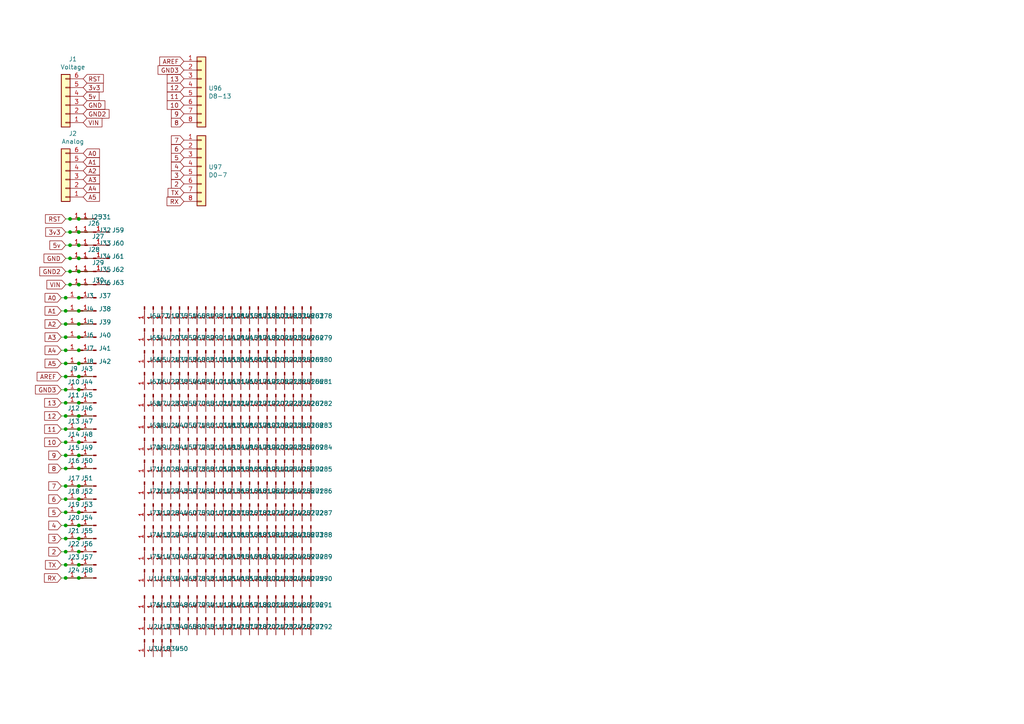
<source format=kicad_sch>
(kicad_sch (version 20211123) (generator eeschema)
  (paper "A4")
  (junction (at 22.86 152.4))
  (junction (at 22.86 140.97))
  (junction (at 22.86 97.79))
  (junction (at 22.86 156.21))
  (junction (at 20.32 82.55))
  (junction (at 19.05 116.84))
  (junction (at 22.86 148.59))
  (junction (at 19.05 128.27))
  (junction (at 19.05 148.59))
  (junction (at 22.86 128.27))
  (junction (at 22.86 132.08))
  (junction (at 22.86 93.98))
  (junction (at 22.86 144.78))
  (junction (at 20.32 67.31))
  (junction (at 20.32 63.5))
  (junction (at 19.05 109.22))
  (junction (at 19.05 135.89))
  (junction (at 22.86 67.31))
  (junction (at 22.86 78.74))
  (junction (at 22.86 101.6))
  (junction (at 19.05 90.17))
  (junction (at 19.05 124.46))
  (junction (at 22.86 120.65))
  (junction (at 22.86 135.89))
  (junction (at 22.86 82.55))
  (junction (at 19.05 163.83))
  (junction (at 19.05 167.64))
  (junction (at 22.86 124.46))
  (junction (at 19.05 144.78))
  (junction (at 22.86 105.41))
  (junction (at 19.05 120.65))
  (junction (at 19.05 113.03))
  (junction (at 22.86 90.17))
  (junction (at 20.32 71.12))
  (junction (at 22.86 71.12))
  (junction (at 22.86 86.36))
  (junction (at 22.86 116.84))
  (junction (at 19.05 132.08))
  (junction (at 22.86 109.22))
  (junction (at 22.86 160.02))
  (junction (at 19.05 160.02))
  (junction (at 19.05 93.98))
  (junction (at 20.32 74.93))
  (junction (at 19.05 97.79))
  (junction (at 19.05 105.41))
  (junction (at 22.86 74.93))
  (junction (at 19.05 152.4))
  (junction (at 19.05 101.6))
  (junction (at 22.86 167.64))
  (junction (at 19.05 140.97))
  (junction (at 22.86 63.5))
  (junction (at 19.05 86.36))
  (junction (at 19.05 156.21))
  (junction (at 22.86 163.83))
  (junction (at 20.32 78.74))
  (junction (at 22.86 113.03))
  (wire (pts (xy 22.86 116.84) (xy 26.67 116.84)))
  (wire (pts (xy 22.86 152.4) (xy 26.67 152.4)))
  (wire (pts (xy 19.05 144.78) (xy 22.86 144.78)))
  (wire (pts (xy 17.78 90.17) (xy 19.05 90.17)))
  (wire (pts (xy 22.86 109.22) (xy 26.67 109.22)))
  (wire (pts (xy 19.05 167.64) (xy 22.86 167.64)))
  (wire (pts (xy 19.05 74.93) (xy 20.32 74.93)))
  (wire (pts (xy 17.78 109.22) (xy 19.05 109.22)))
  (wire (pts (xy 22.86 105.41) (xy 26.67 105.41)))
  (wire (pts (xy 17.78 105.41) (xy 19.05 105.41)))
  (wire (pts (xy 19.05 90.17) (xy 22.86 90.17)))
  (wire (pts (xy 19.05 71.12) (xy 20.32 71.12)))
  (wire (pts (xy 22.86 97.79) (xy 26.67 97.79)))
  (wire (pts (xy 17.78 144.78) (xy 19.05 144.78)))
  (wire (pts (xy 22.86 163.83) (xy 26.67 163.83)))
  (wire (pts (xy 19.05 63.5) (xy 20.32 63.5)))
  (wire (pts (xy 20.32 67.31) (xy 22.86 67.31)))
  (wire (pts (xy 19.05 86.36) (xy 22.86 86.36)))
  (wire (pts (xy 22.86 132.08) (xy 26.67 132.08)))
  (wire (pts (xy 17.78 156.21) (xy 19.05 156.21)))
  (wire (pts (xy 19.05 78.74) (xy 20.32 78.74)))
  (wire (pts (xy 19.05 148.59) (xy 22.86 148.59)))
  (wire (pts (xy 17.78 101.6) (xy 19.05 101.6)))
  (wire (pts (xy 22.86 63.5) (xy 26.67 63.5)))
  (wire (pts (xy 17.78 116.84) (xy 19.05 116.84)))
  (wire (pts (xy 20.32 71.12) (xy 22.86 71.12)))
  (wire (pts (xy 22.86 120.65) (xy 26.67 120.65)))
  (wire (pts (xy 20.32 82.55) (xy 22.86 82.55)))
  (wire (pts (xy 22.86 90.17) (xy 26.67 90.17)))
  (wire (pts (xy 19.05 152.4) (xy 22.86 152.4)))
  (wire (pts (xy 17.78 148.59) (xy 19.05 148.59)))
  (wire (pts (xy 17.78 120.65) (xy 19.05 120.65)))
  (wire (pts (xy 20.32 74.93) (xy 22.86 74.93)))
  (wire (pts (xy 22.86 93.98) (xy 26.67 93.98)))
  (wire (pts (xy 22.86 74.93) (xy 26.67 74.93)))
  (wire (pts (xy 19.05 97.79) (xy 22.86 97.79)))
  (wire (pts (xy 19.05 128.27) (xy 22.86 128.27)))
  (wire (pts (xy 22.86 144.78) (xy 26.67 144.78)))
  (wire (pts (xy 19.05 160.02) (xy 22.86 160.02)))
  (wire (pts (xy 17.78 167.64) (xy 19.05 167.64)))
  (wire (pts (xy 17.78 124.46) (xy 19.05 124.46)))
  (wire (pts (xy 17.78 86.36) (xy 19.05 86.36)))
  (wire (pts (xy 20.32 63.5) (xy 22.86 63.5)))
  (wire (pts (xy 22.86 160.02) (xy 26.67 160.02)))
  (wire (pts (xy 22.86 71.12) (xy 26.67 71.12)))
  (wire (pts (xy 17.78 97.79) (xy 19.05 97.79)))
  (wire (pts (xy 22.86 140.97) (xy 26.67 140.97)))
  (wire (pts (xy 20.32 78.74) (xy 22.86 78.74)))
  (wire (pts (xy 22.86 78.74) (xy 26.67 78.74)))
  (wire (pts (xy 19.05 135.89) (xy 22.86 135.89)))
  (wire (pts (xy 22.86 148.59) (xy 26.67 148.59)))
  (wire (pts (xy 22.86 124.46) (xy 26.67 124.46)))
  (wire (pts (xy 19.05 163.83) (xy 22.86 163.83)))
  (wire (pts (xy 19.05 124.46) (xy 22.86 124.46)))
  (wire (pts (xy 22.86 113.03) (xy 26.67 113.03)))
  (wire (pts (xy 22.86 101.6) (xy 26.67 101.6)))
  (wire (pts (xy 17.78 132.08) (xy 19.05 132.08)))
  (wire (pts (xy 17.78 140.97) (xy 19.05 140.97)))
  (wire (pts (xy 22.86 82.55) (xy 26.67 82.55)))
  (wire (pts (xy 22.86 86.36) (xy 26.67 86.36)))
  (wire (pts (xy 19.05 116.84) (xy 22.86 116.84)))
  (wire (pts (xy 19.05 105.41) (xy 22.86 105.41)))
  (wire (pts (xy 17.78 163.83) (xy 19.05 163.83)))
  (wire (pts (xy 22.86 167.64) (xy 26.67 167.64)))
  (wire (pts (xy 17.78 128.27) (xy 19.05 128.27)))
  (wire (pts (xy 22.86 67.31) (xy 26.67 67.31)))
  (wire (pts (xy 19.05 113.03) (xy 22.86 113.03)))
  (wire (pts (xy 22.86 156.21) (xy 26.67 156.21)))
  (wire (pts (xy 22.86 135.89) (xy 26.67 135.89)))
  (wire (pts (xy 17.78 152.4) (xy 19.05 152.4)))
  (wire (pts (xy 17.78 135.89) (xy 19.05 135.89)))
  (wire (pts (xy 22.86 128.27) (xy 26.67 128.27)))
  (wire (pts (xy 19.05 140.97) (xy 22.86 140.97)))
  (wire (pts (xy 19.05 101.6) (xy 22.86 101.6)))
  (wire (pts (xy 19.05 156.21) (xy 22.86 156.21)))
  (wire (pts (xy 19.05 132.08) (xy 22.86 132.08)))
  (wire (pts (xy 17.78 113.03) (xy 19.05 113.03)))
  (wire (pts (xy 17.78 93.98) (xy 19.05 93.98)))
  (wire (pts (xy 19.05 93.98) (xy 22.86 93.98)))
  (wire (pts (xy 19.05 109.22) (xy 22.86 109.22)))
  (wire (pts (xy 19.05 82.55) (xy 20.32 82.55)))
  (wire (pts (xy 19.05 120.65) (xy 22.86 120.65)))
  (wire (pts (xy 19.05 67.31) (xy 20.32 67.31)))
  (wire (pts (xy 17.78 160.02) (xy 19.05 160.02)))
  (global_label "6" (shape input) (at 53.34 43.18 180) (property "Intersheet References" "${INTERSHEET_REFS}" (effects hide)))
  (global_label "5v" (shape input) (at 24.13 27.94 0) (property "Intersheet References" "${INTERSHEET_REFS}" (effects hide)))
  (global_label "13" (shape input) (at 53.34 22.86 180) (property "Intersheet References" "${INTERSHEET_REFS}" (effects hide)))
  (global_label "A3" (shape input) (at 24.13 52.07 0) (property "Intersheet References" "${INTERSHEET_REFS}" (effects hide)))
  (global_label "9" (shape input) (at 17.78 132.08 180) (property "Intersheet References" "${INTERSHEET_REFS}" (effects hide)))
  (global_label "GND" (shape input) (at 24.13 30.48 0) (property "Intersheet References" "${INTERSHEET_REFS}" (effects hide)))
  (global_label "11" (shape input) (at 53.34 27.94 180) (property "Intersheet References" "${INTERSHEET_REFS}" (effects hide)))
  (global_label "4" (shape input) (at 17.78 152.4 180) (property "Intersheet References" "${INTERSHEET_REFS}" (effects hide)))
  (global_label "RST" (shape input) (at 24.13 22.86 0) (property "Intersheet References" "${INTERSHEET_REFS}" (effects hide)))
  (global_label "13" (shape input) (at 17.78 116.84 180) (property "Intersheet References" "${INTERSHEET_REFS}" (effects hide)))
  (global_label "12" (shape input) (at 17.78 120.65 180) (property "Intersheet References" "${INTERSHEET_REFS}" (effects hide)))
  (global_label "8" (shape input) (at 53.34 35.56 180) (property "Intersheet References" "${INTERSHEET_REFS}" (effects hide)))
  (global_label "GND" (shape input) (at 19.05 74.93 180) (property "Intersheet References" "${INTERSHEET_REFS}" (effects hide)))
  (global_label "AREF" (shape input) (at 17.78 109.22 180) (property "Intersheet References" "${INTERSHEET_REFS}" (effects hide)))
  (global_label "RST" (shape input) (at 19.05 63.5 180) (property "Intersheet References" "${INTERSHEET_REFS}" (effects hide)))
  (global_label "5" (shape input) (at 17.78 148.59 180) (property "Intersheet References" "${INTERSHEET_REFS}" (effects hide)))
  (global_label "3v3" (shape input) (at 19.05 67.31 180) (property "Intersheet References" "${INTERSHEET_REFS}" (effects hide)))
  (global_label "VIN" (shape input) (at 19.05 82.55 180) (property "Intersheet References" "${INTERSHEET_REFS}" (effects hide)))
  (global_label "A1" (shape input) (at 24.13 46.99 0) (property "Intersheet References" "${INTERSHEET_REFS}" (effects hide)))
  (global_label "7" (shape input) (at 17.78 140.97 180) (property "Intersheet References" "${INTERSHEET_REFS}" (effects hide)))
  (global_label "A5" (shape input) (at 24.13 57.15 0) (property "Intersheet References" "${INTERSHEET_REFS}" (effects hide)))
  (global_label "2" (shape input) (at 53.34 53.34 180) (property "Intersheet References" "${INTERSHEET_REFS}" (effects hide)))
  (global_label "5v" (shape input) (at 19.05 71.12 180) (property "Intersheet References" "${INTERSHEET_REFS}" (effects hide)))
  (global_label "6" (shape input) (at 17.78 144.78 180) (property "Intersheet References" "${INTERSHEET_REFS}" (effects hide)))
  (global_label "TX" (shape input) (at 53.34 55.88 180) (property "Intersheet References" "${INTERSHEET_REFS}" (effects hide)))
  (global_label "11" (shape input) (at 17.78 124.46 180) (property "Intersheet References" "${INTERSHEET_REFS}" (effects hide)))
  (global_label "TX" (shape input) (at 17.78 163.83 180) (property "Intersheet References" "${INTERSHEET_REFS}" (effects hide)))
  (global_label "A0" (shape input) (at 24.13 44.45 0) (property "Intersheet References" "${INTERSHEET_REFS}" (effects hide)))
  (global_label "10" (shape input) (at 53.34 30.48 180) (property "Intersheet References" "${INTERSHEET_REFS}" (effects hide)))
  (global_label "8" (shape input) (at 17.78 135.89 180) (property "Intersheet References" "${INTERSHEET_REFS}" (effects hide)))
  (global_label "A4" (shape input) (at 17.78 101.6 180) (property "Intersheet References" "${INTERSHEET_REFS}" (effects hide)))
  (global_label "A3" (shape input) (at 17.78 97.79 180) (property "Intersheet References" "${INTERSHEET_REFS}" (effects hide)))
  (global_label "3v3" (shape input) (at 24.13 25.4 0) (property "Intersheet References" "${INTERSHEET_REFS}" (effects hide)))
  (global_label "A4" (shape input) (at 24.13 54.61 0) (property "Intersheet References" "${INTERSHEET_REFS}" (effects hide)))
  (global_label "3" (shape input) (at 53.34 50.8 180) (property "Intersheet References" "${INTERSHEET_REFS}" (effects hide)))
  (global_label "12" (shape input) (at 53.34 25.4 180) (property "Intersheet References" "${INTERSHEET_REFS}" (effects hide)))
  (global_label "4" (shape input) (at 53.34 48.26 180) (property "Intersheet References" "${INTERSHEET_REFS}" (effects hide)))
  (global_label "AREF" (shape input) (at 53.34 17.78 180) (property "Intersheet References" "${INTERSHEET_REFS}" (effects hide)))
  (global_label "2" (shape input) (at 17.78 160.02 180) (property "Intersheet References" "${INTERSHEET_REFS}" (effects hide)))
  (global_label "GND2" (shape input) (at 19.05 78.74 180) (property "Intersheet References" "${INTERSHEET_REFS}" (effects hide)))
  (global_label "A5" (shape input) (at 17.78 105.41 180) (property "Intersheet References" "${INTERSHEET_REFS}" (effects hide)))
  (global_label "A1" (shape input) (at 17.78 90.17 180) (property "Intersheet References" "${INTERSHEET_REFS}" (effects hide)))
  (global_label "VIN" (shape input) (at 24.13 35.56 0) (property "Intersheet References" "${INTERSHEET_REFS}" (effects hide)))
  (global_label "GND3" (shape input) (at 17.78 113.03 180) (property "Intersheet References" "${INTERSHEET_REFS}" (effects hide)))
  (global_label "3" (shape input) (at 17.78 156.21 180) (property "Intersheet References" "${INTERSHEET_REFS}" (effects hide)))
  (global_label "GND2" (shape input) (at 24.13 33.02 0) (property "Intersheet References" "${INTERSHEET_REFS}" (effects hide)))
  (global_label "A2" (shape input) (at 17.78 93.98 180) (property "Intersheet References" "${INTERSHEET_REFS}" (effects hide)))
  (global_label "A2" (shape input) (at 24.13 49.53 0) (property "Intersheet References" "${INTERSHEET_REFS}" (effects hide)))
  (global_label "9" (shape input) (at 53.34 33.02 180) (property "Intersheet References" "${INTERSHEET_REFS}" (effects hide)))
  (global_label "5" (shape input) (at 53.34 45.72 180) (property "Intersheet References" "${INTERSHEET_REFS}" (effects hide)))
  (global_label "RX" (shape input) (at 17.78 167.64 180) (property "Intersheet References" "${INTERSHEET_REFS}" (effects hide)))
  (global_label "RX" (shape input) (at 53.34 58.42 180) (property "Intersheet References" "${INTERSHEET_REFS}" (effects hide)))
  (global_label "GND3" (shape input) (at 53.34 20.32 180) (property "Intersheet References" "${INTERSHEET_REFS}" (effects hide)))
  (global_label "7" (shape input) (at 53.34 40.64 180) (property "Intersheet References" "${INTERSHEET_REFS}" (effects hide)))
  (global_label "A0" (shape input) (at 17.78 86.36 180) (property "Intersheet References" "${INTERSHEET_REFS}" (effects hide)))
  (global_label "10" (shape input) (at 17.78 128.27 180) (property "Intersheet References" "${INTERSHEET_REFS}" (effects hide)))
  (symbol (lib_id "Connector_Generic:Conn_01x06") (at 19.05 30.48 180) (unit 1)
    (property "Reference" "J1" (at 21.1328 17.145 0))
    (property "Value" "Voltage" (at 21.1328 19.4564 0))
    (property "Footprint" "Connector_PinHeader_2.54mm:PinHeader_1x06_P2.54mm_Vertical" (effects hide))
  )
  (symbol (lib_id "Connector_Generic:Conn_01x06") (at 19.05 52.07 180) (unit 1)
    (property "Reference" "J2" (at 21.1328 38.735 0))
    (property "Value" "Analog" (at 21.1328 41.0464 0))
    (property "Footprint" "Connector_PinHeader_2.54mm:PinHeader_1x06_P2.54mm_Vertical" (effects hide))
  )
  (symbol (lib_id "Connector_Generic:Conn_01x08") (at 58.42 48.26 0) (unit 1)
    (property "Reference" "U97" (at 60.452 48.4632 0) (effects (justify left)))
    (property "Value" "D0-7" (at 60.452 50.7746 0) (effects (justify left)))
    (property "Footprint" "Connector_PinHeader_2.54mm:PinHeader_1x08_P2.54mm_Vertical" (effects hide))
  )
  (symbol (lib_id "Connector_Generic:Conn_01x08") (at 58.42 25.4 0) (unit 1)
    (property "Reference" "U96" (at 60.452 25.6032 0) (effects (justify left)))
    (property "Value" "D8-13" (at 60.452 27.9146 0) (effects (justify left)))
    (property "Footprint" "Connector_PinHeader_2.54mm:PinHeader_1x08_P2.54mm_Vertical" (effects hide))
  )
  (symbol (lib_id "Connector:Conn_01x01_Male") (at 25.4 63.5 180) (unit 1)
    (property "Reference" "J25" (at 26.1112 62.9412 0) (effects (justify right)))
    (property "Value" "Hole" (effects hide))
    (property "Footprint" "Lib_Custom:BasicHole" (effects hide))
  )
  (symbol (lib_id "Connector:Conn_01x01_Male") (at 25.4 67.31 180) (unit 1)
    (property "Reference" "J26" (at 25.4 64.77 0) (effects (justify right)))
    (property "Value" "Hole" (effects hide))
    (property "Footprint" "Lib_Custom:BasicHole" (effects hide))
  )
  (symbol (lib_id "Connector:Conn_01x01_Male") (at 25.4 71.12 180) (unit 1)
    (property "Reference" "J27" (at 26.67 68.58 0) (effects (justify right)))
    (property "Value" "Hole" (effects hide))
    (property "Footprint" "Lib_Custom:BasicHole" (effects hide))
  )
  (symbol (lib_id "Connector:Conn_01x01_Male") (at 25.4 74.93 180) (unit 1)
    (property "Reference" "J28" (at 25.4 72.39 0) (effects (justify right)))
    (property "Value" "Hole" (effects hide))
    (property "Footprint" "Lib_Custom:BasicHole" (effects hide))
  )
  (symbol (lib_id "Connector:Conn_01x01_Male") (at 25.4 78.74 180) (unit 1)
    (property "Reference" "J29" (at 26.67 76.2 0) (effects (justify right)))
    (property "Value" "Hole" (effects hide))
    (property "Footprint" "Lib_Custom:BasicHole" (effects hide))
  )
  (symbol (lib_id "Connector:Conn_01x01_Male") (at 25.4 82.55 180) (unit 1)
    (property "Reference" "J30" (at 26.67 81.28 0) (effects (justify right)))
    (property "Value" "Hole" (effects hide))
    (property "Footprint" "Lib_Custom:BasicHole" (effects hide))
  )
  (symbol (lib_id "Connector:Conn_01x01_Male") (at 24.13 86.36 180) (unit 1)
    (property "Reference" "J3" (at 24.8412 85.8012 0) (effects (justify right)))
    (property "Value" "Hole" (effects hide))
    (property "Footprint" "Lib_Custom:BasicHole" (effects hide))
  )
  (symbol (lib_id "Connector:Conn_01x01_Male") (at 24.13 90.17 180) (unit 1)
    (property "Reference" "J4" (at 24.8412 89.6112 0) (effects (justify right)))
    (property "Value" "Hole" (effects hide))
    (property "Footprint" "Lib_Custom:BasicHole" (effects hide))
  )
  (symbol (lib_id "Connector:Conn_01x01_Male") (at 24.13 93.98 180) (unit 1)
    (property "Reference" "J5" (at 24.8412 93.4212 0) (effects (justify right)))
    (property "Value" "Hole" (effects hide))
    (property "Footprint" "Lib_Custom:BasicHole" (effects hide))
  )
  (symbol (lib_id "Connector:Conn_01x01_Male") (at 24.13 97.79 180) (unit 1)
    (property "Reference" "J6" (at 24.8412 97.2312 0) (effects (justify right)))
    (property "Value" "Hole" (effects hide))
    (property "Footprint" "Lib_Custom:BasicHole" (effects hide))
  )
  (symbol (lib_id "Connector:Conn_01x01_Male") (at 24.13 101.6 180) (unit 1)
    (property "Reference" "J7" (at 24.8412 101.0412 0) (effects (justify right)))
    (property "Value" "Hole" (effects hide))
    (property "Footprint" "Lib_Custom:BasicHole" (effects hide))
  )
  (symbol (lib_id "Connector:Conn_01x01_Male") (at 24.13 105.41 180) (unit 1)
    (property "Reference" "J8" (at 24.8412 104.8512 0) (effects (justify right)))
    (property "Value" "Hole" (effects hide))
    (property "Footprint" "Lib_Custom:BasicHole" (effects hide))
  )
  (symbol (lib_id "Connector:Conn_01x01_Male") (at 27.94 86.36 180) (unit 1)
    (property "Reference" "J37" (at 28.6512 85.8012 0) (effects (justify right)))
    (property "Value" "Hole" (effects hide))
    (property "Footprint" "Lib_Custom:BasicHole" (effects hide))
  )
  (symbol (lib_id "Connector:Conn_01x01_Male") (at 27.94 90.17 180) (unit 1)
    (property "Reference" "J38" (at 28.6512 89.6112 0) (effects (justify right)))
    (property "Value" "Hole" (effects hide))
    (property "Footprint" "Lib_Custom:BasicHole" (effects hide))
  )
  (symbol (lib_id "Connector:Conn_01x01_Male") (at 27.94 93.98 180) (unit 1)
    (property "Reference" "J39" (at 28.6512 93.4212 0) (effects (justify right)))
    (property "Value" "Hole" (effects hide))
    (property "Footprint" "Lib_Custom:BasicHole" (effects hide))
  )
  (symbol (lib_id "Connector:Conn_01x01_Male") (at 27.94 97.79 180) (unit 1)
    (property "Reference" "J40" (at 28.6512 97.2312 0) (effects (justify right)))
    (property "Value" "Hole" (effects hide))
    (property "Footprint" "Lib_Custom:BasicHole" (effects hide))
  )
  (symbol (lib_id "Connector:Conn_01x01_Male") (at 27.94 101.6 180) (unit 1)
    (property "Reference" "J41" (at 28.6512 101.0412 0) (effects (justify right)))
    (property "Value" "Hole" (effects hide))
    (property "Footprint" "Lib_Custom:BasicHole" (effects hide))
  )
  (symbol (lib_id "Connector:Conn_01x01_Male") (at 27.94 105.41 180) (unit 1)
    (property "Reference" "J42" (at 28.6512 104.8512 0) (effects (justify right)))
    (property "Value" "Hole" (effects hide))
    (property "Footprint" "Lib_Custom:BasicHole" (effects hide))
  )
  (symbol (lib_id "Connector:Conn_01x01_Male") (at 27.94 63.5 180) (unit 1)
    (property "Reference" "J31" (at 28.6512 62.9412 0) (effects (justify right)))
    (property "Value" "Hole" (effects hide))
    (property "Footprint" "Lib_Custom:BasicHole" (effects hide))
  )
  (symbol (lib_id "Connector:Conn_01x01_Male") (at 27.94 67.31 180) (unit 1)
    (property "Reference" "J32" (at 28.6512 66.7512 0) (effects (justify right)))
    (property "Value" "Hole" (effects hide))
    (property "Footprint" "Lib_Custom:BasicHole" (effects hide))
  )
  (symbol (lib_id "Connector:Conn_01x01_Male") (at 27.94 71.12 180) (unit 1)
    (property "Reference" "J33" (at 28.6512 70.5612 0) (effects (justify right)))
    (property "Value" "Hole" (effects hide))
    (property "Footprint" "Lib_Custom:BasicHole" (effects hide))
  )
  (symbol (lib_id "Connector:Conn_01x01_Male") (at 27.94 74.93 180) (unit 1)
    (property "Reference" "J34" (at 28.6512 74.3712 0) (effects (justify right)))
    (property "Value" "Hole" (effects hide))
    (property "Footprint" "Lib_Custom:BasicHole" (effects hide))
  )
  (symbol (lib_id "Connector:Conn_01x01_Male") (at 27.94 78.74 180) (unit 1)
    (property "Reference" "J35" (at 28.6512 78.1812 0) (effects (justify right)))
    (property "Value" "Hole" (effects hide))
    (property "Footprint" "Lib_Custom:BasicHole" (effects hide))
  )
  (symbol (lib_id "Connector:Conn_01x01_Male") (at 27.94 82.55 180) (unit 1)
    (property "Reference" "J36" (at 28.6512 81.9912 0) (effects (justify right)))
    (property "Value" "Hole" (effects hide))
    (property "Footprint" "Lib_Custom:BasicHole" (effects hide))
  )
  (symbol (lib_id "Connector:Conn_01x01_Male") (at 24.13 109.22 0) (mirror y) (unit 1)
    (property "Reference" "J9" (at 21.3868 106.9594 0))
    (property "Value" "Hole" (effects hide))
    (property "Footprint" "Lib_Custom:BasicHole" (effects hide))
  )
  (symbol (lib_id "Connector:Conn_01x01_Male") (at 24.13 113.03 0) (mirror y) (unit 1)
    (property "Reference" "J10" (at 21.3868 110.7694 0))
    (property "Value" "Hole" (effects hide))
    (property "Footprint" "Lib_Custom:BasicHole" (effects hide))
  )
  (symbol (lib_id "Connector:Conn_01x01_Male") (at 24.13 116.84 0) (mirror y) (unit 1)
    (property "Reference" "J11" (at 21.3868 114.5794 0))
    (property "Value" "Hole" (effects hide))
    (property "Footprint" "Lib_Custom:BasicHole" (effects hide))
  )
  (symbol (lib_id "Connector:Conn_01x01_Male") (at 24.13 120.65 0) (mirror y) (unit 1)
    (property "Reference" "J12" (at 21.3868 118.3894 0))
    (property "Value" "Hole" (effects hide))
    (property "Footprint" "Lib_Custom:BasicHole" (effects hide))
  )
  (symbol (lib_id "Connector:Conn_01x01_Male") (at 24.13 124.46 0) (mirror y) (unit 1)
    (property "Reference" "J13" (at 21.3868 122.1994 0))
    (property "Value" "Hole" (effects hide))
    (property "Footprint" "Lib_Custom:BasicHole" (effects hide))
  )
  (symbol (lib_id "Connector:Conn_01x01_Male") (at 24.13 128.27 0) (mirror y) (unit 1)
    (property "Reference" "J14" (at 21.3868 126.0094 0))
    (property "Value" "Hole" (effects hide))
    (property "Footprint" "Lib_Custom:BasicHole" (effects hide))
  )
  (symbol (lib_id "Connector:Conn_01x01_Male") (at 24.13 132.08 0) (mirror y) (unit 1)
    (property "Reference" "J15" (at 21.3868 129.8194 0))
    (property "Value" "Hole" (effects hide))
    (property "Footprint" "Lib_Custom:BasicHole" (effects hide))
  )
  (symbol (lib_id "Connector:Conn_01x01_Male") (at 24.13 135.89 0) (mirror y) (unit 1)
    (property "Reference" "J16" (at 21.3868 133.6294 0))
    (property "Value" "Hole" (effects hide))
    (property "Footprint" "Lib_Custom:BasicHole" (effects hide))
  )
  (symbol (lib_id "Connector:Conn_01x01_Male") (at 24.13 140.97 0) (mirror y) (unit 1)
    (property "Reference" "J17" (at 21.3868 138.7094 0))
    (property "Value" "Hole" (effects hide))
    (property "Footprint" "Lib_Custom:BasicHole" (effects hide))
  )
  (symbol (lib_id "Connector:Conn_01x01_Male") (at 24.13 144.78 0) (mirror y) (unit 1)
    (property "Reference" "J18" (at 21.3868 142.5194 0))
    (property "Value" "Hole" (effects hide))
    (property "Footprint" "Lib_Custom:BasicHole" (effects hide))
  )
  (symbol (lib_id "Connector:Conn_01x01_Male") (at 24.13 148.59 0) (mirror y) (unit 1)
    (property "Reference" "J19" (at 21.3868 146.3294 0))
    (property "Value" "Hole" (effects hide))
    (property "Footprint" "Lib_Custom:BasicHole" (effects hide))
  )
  (symbol (lib_id "Connector:Conn_01x01_Male") (at 24.13 152.4 0) (mirror y) (unit 1)
    (property "Reference" "J20" (at 21.3868 150.1394 0))
    (property "Value" "Hole" (effects hide))
    (property "Footprint" "Lib_Custom:BasicHole" (effects hide))
  )
  (symbol (lib_id "Connector:Conn_01x01_Male") (at 24.13 156.21 0) (mirror y) (unit 1)
    (property "Reference" "J21" (at 21.3868 153.9494 0))
    (property "Value" "Hole" (effects hide))
    (property "Footprint" "Lib_Custom:BasicHole" (effects hide))
  )
  (symbol (lib_id "Connector:Conn_01x01_Male") (at 24.13 160.02 0) (mirror y) (unit 1)
    (property "Reference" "J22" (at 21.3868 157.7594 0))
    (property "Value" "Hole" (effects hide))
    (property "Footprint" "Lib_Custom:BasicHole" (effects hide))
  )
  (symbol (lib_id "Connector:Conn_01x01_Male") (at 24.13 163.83 0) (mirror y) (unit 1)
    (property "Reference" "J23" (at 21.3868 161.5694 0))
    (property "Value" "Hole" (effects hide))
    (property "Footprint" "Lib_Custom:BasicHole" (effects hide))
  )
  (symbol (lib_id "Connector:Conn_01x01_Male") (at 24.13 167.64 0) (mirror y) (unit 1)
    (property "Reference" "J24" (at 21.3868 165.3794 0))
    (property "Value" "Hole" (effects hide))
    (property "Footprint" "Lib_Custom:BasicHole" (effects hide))
  )
  (symbol (lib_id "Connector:Conn_01x01_Male") (at 27.94 109.22 0) (mirror y) (unit 1)
    (property "Reference" "J43" (at 25.1968 106.9594 0))
    (property "Value" "Hole" (effects hide))
    (property "Footprint" "Lib_Custom:BasicHole" (effects hide))
  )
  (symbol (lib_id "Connector:Conn_01x01_Male") (at 27.94 113.03 0) (mirror y) (unit 1)
    (property "Reference" "J44" (at 25.1968 110.7694 0))
    (property "Value" "Hole" (effects hide))
    (property "Footprint" "Lib_Custom:BasicHole" (effects hide))
  )
  (symbol (lib_id "Connector:Conn_01x01_Male") (at 27.94 116.84 0) (mirror y) (unit 1)
    (property "Reference" "J45" (at 25.1968 114.5794 0))
    (property "Value" "Hole" (effects hide))
    (property "Footprint" "Lib_Custom:BasicHole" (effects hide))
  )
  (symbol (lib_id "Connector:Conn_01x01_Male") (at 27.94 120.65 0) (mirror y) (unit 1)
    (property "Reference" "J46" (at 25.1968 118.3894 0))
    (property "Value" "Hole" (effects hide))
    (property "Footprint" "Lib_Custom:BasicHole" (effects hide))
  )
  (symbol (lib_id "Connector:Conn_01x01_Male") (at 27.94 124.46 0) (mirror y) (unit 1)
    (property "Reference" "J47" (at 25.1968 122.1994 0))
    (property "Value" "Hole" (effects hide))
    (property "Footprint" "Lib_Custom:BasicHole" (effects hide))
  )
  (symbol (lib_id "Connector:Conn_01x01_Male") (at 27.94 128.27 0) (mirror y) (unit 1)
    (property "Reference" "J48" (at 25.1968 126.0094 0))
    (property "Value" "Hole" (effects hide))
    (property "Footprint" "Lib_Custom:BasicHole" (effects hide))
  )
  (symbol (lib_id "Connector:Conn_01x01_Male") (at 27.94 132.08 0) (mirror y) (unit 1)
    (property "Reference" "J49" (at 25.1968 129.8194 0))
    (property "Value" "Hole" (effects hide))
    (property "Footprint" "Lib_Custom:BasicHole" (effects hide))
  )
  (symbol (lib_id "Connector:Conn_01x01_Male") (at 27.94 135.89 0) (mirror y) (unit 1)
    (property "Reference" "J50" (at 25.1968 133.6294 0))
    (property "Value" "Hole" (effects hide))
    (property "Footprint" "Lib_Custom:BasicHole" (effects hide))
  )
  (symbol (lib_id "Connector:Conn_01x01_Male") (at 27.94 140.97 0) (mirror y) (unit 1)
    (property "Reference" "J51" (at 25.1968 138.7094 0))
    (property "Value" "Hole" (effects hide))
    (property "Footprint" "Lib_Custom:BasicHole" (effects hide))
  )
  (symbol (lib_id "Connector:Conn_01x01_Male") (at 27.94 144.78 0) (mirror y) (unit 1)
    (property "Reference" "J52" (at 25.1968 142.5194 0))
    (property "Value" "Hole" (effects hide))
    (property "Footprint" "Lib_Custom:BasicHole" (effects hide))
  )
  (symbol (lib_id "Connector:Conn_01x01_Male") (at 27.94 148.59 0) (mirror y) (unit 1)
    (property "Reference" "J53" (at 25.1968 146.3294 0))
    (property "Value" "Hole" (effects hide))
    (property "Footprint" "Lib_Custom:BasicHole" (effects hide))
  )
  (symbol (lib_id "Connector:Conn_01x01_Male") (at 27.94 152.4 0) (mirror y) (unit 1)
    (property "Reference" "J54" (at 25.1968 150.1394 0))
    (property "Value" "Hole" (effects hide))
    (property "Footprint" "Lib_Custom:BasicHole" (effects hide))
  )
  (symbol (lib_id "Connector:Conn_01x01_Male") (at 27.94 156.21 0) (mirror y) (unit 1)
    (property "Reference" "J55" (at 25.1968 153.9494 0))
    (property "Value" "Hole" (effects hide))
    (property "Footprint" "Lib_Custom:BasicHole" (effects hide))
  )
  (symbol (lib_id "Connector:Conn_01x01_Male") (at 27.94 160.02 0) (mirror y) (unit 1)
    (property "Reference" "J56" (at 25.1968 157.7594 0))
    (property "Value" "Hole" (effects hide))
    (property "Footprint" "Lib_Custom:BasicHole" (effects hide))
  )
  (symbol (lib_id "Connector:Conn_01x01_Male") (at 27.94 163.83 0) (mirror y) (unit 1)
    (property "Reference" "J57" (at 25.1968 161.5694 0))
    (property "Value" "Hole" (effects hide))
    (property "Footprint" "Lib_Custom:BasicHole" (effects hide))
  )
  (symbol (lib_id "Connector:Conn_01x01_Male") (at 27.94 167.64 0) (mirror y) (unit 1)
    (property "Reference" "J58" (at 25.1968 165.3794 0))
    (property "Value" "Hole" (effects hide))
    (property "Footprint" "Lib_Custom:BasicHole" (effects hide))
  )
  (symbol (lib_id "Connector:Conn_01x01_Male") (at 41.91 88.9 270) (unit 1)
    (property "Reference" "J64" (at 43.0276 91.6432 90) (effects (justify left)))
    (property "Value" "Hole" (effects hide))
    (property "Footprint" "Lib_Custom:BasicHole" (effects hide))
  )
  (symbol (lib_id "Connector:Conn_01x01_Male") (at 44.45 88.9 270) (unit 1)
    (property "Reference" "J77" (at 45.5676 91.6432 90) (effects (justify left)))
    (property "Value" "Hole" (effects hide))
    (property "Footprint" "Lib_Custom:BasicHole" (effects hide))
  )
  (symbol (lib_id "Connector:Conn_01x01_Male") (at 46.99 88.9 270) (unit 1)
    (property "Reference" "U19" (at 48.1076 91.6432 90) (effects (justify left)))
    (property "Value" "Hole" (effects hide))
    (property "Footprint" "Lib_Custom:BasicHole" (effects hide))
  )
  (symbol (lib_id "Connector:Conn_01x01_Male") (at 49.53 88.9 270) (unit 1)
    (property "Reference" "U35" (at 50.6476 91.6432 90) (effects (justify left)))
    (property "Value" "Hole" (effects hide))
    (property "Footprint" "Lib_Custom:BasicHole" (effects hide))
  )
  (symbol (lib_id "Connector:Conn_01x01_Male") (at 52.07 88.9 270) (unit 1)
    (property "Reference" "U51" (at 53.1876 91.6432 90) (effects (justify left)))
    (property "Value" "Hole" (effects hide))
    (property "Footprint" "Lib_Custom:BasicHole" (effects hide))
  )
  (symbol (lib_id "Connector:Conn_01x01_Male") (at 54.61 88.9 270) (unit 1)
    (property "Reference" "U66" (at 55.7276 91.6432 90) (effects (justify left)))
    (property "Value" "Hole" (effects hide))
    (property "Footprint" "Lib_Custom:BasicHole" (effects hide))
  )
  (symbol (lib_id "Connector:Conn_01x01_Male") (at 57.15 88.9 270) (unit 1)
    (property "Reference" "U81" (at 58.2676 91.6432 90) (effects (justify left)))
    (property "Value" "Hole" (effects hide))
    (property "Footprint" "Lib_Custom:BasicHole" (effects hide))
  )
  (symbol (lib_id "Connector:Conn_01x01_Male") (at 59.69 88.9 270) (unit 1)
    (property "Reference" "U98" (at 60.8076 91.6432 90) (effects (justify left)))
    (property "Value" "Hole" (effects hide))
    (property "Footprint" "Lib_Custom:BasicHole" (effects hide))
  )
  (symbol (lib_id "Connector:Conn_01x01_Male") (at 62.23 88.9 270) (unit 1)
    (property "Reference" "U113" (at 63.3476 91.6432 90) (effects (justify left)))
    (property "Value" "Hole" (effects hide))
    (property "Footprint" "Lib_Custom:BasicHole" (effects hide))
  )
  (symbol (lib_id "Connector:Conn_01x01_Male") (at 64.77 88.9 270) (unit 1)
    (property "Reference" "U128" (at 65.8876 91.6432 90) (effects (justify left)))
    (property "Value" "Hole" (effects hide))
    (property "Footprint" "Lib_Custom:BasicHole" (effects hide))
  )
  (symbol (lib_id "Connector:Conn_01x01_Male") (at 67.31 88.9 270) (unit 1)
    (property "Reference" "U143" (at 68.4276 91.6432 90) (effects (justify left)))
    (property "Value" "Hole" (effects hide))
    (property "Footprint" "Lib_Custom:BasicHole" (effects hide))
  )
  (symbol (lib_id "Connector:Conn_01x01_Male") (at 69.85 88.9 270) (unit 1)
    (property "Reference" "U158" (at 70.9676 91.6432 90) (effects (justify left)))
    (property "Value" "Hole" (effects hide))
    (property "Footprint" "Lib_Custom:BasicHole" (effects hide))
  )
  (symbol (lib_id "Connector:Conn_01x01_Male") (at 72.39 88.9 270) (unit 1)
    (property "Reference" "U173" (at 73.5076 91.6432 90) (effects (justify left)))
    (property "Value" "Hole" (effects hide))
    (property "Footprint" "Lib_Custom:BasicHole" (effects hide))
  )
  (symbol (lib_id "Connector:Conn_01x01_Male") (at 74.93 88.9 270) (unit 1)
    (property "Reference" "U188" (at 76.0476 91.6432 90) (effects (justify left)))
    (property "Value" "Hole" (effects hide))
    (property "Footprint" "Lib_Custom:BasicHole" (effects hide))
  )
  (symbol (lib_id "Connector:Conn_01x01_Male") (at 77.47 88.9 270) (unit 1)
    (property "Reference" "U203" (at 78.5876 91.6432 90) (effects (justify left)))
    (property "Value" "Hole" (effects hide))
    (property "Footprint" "Lib_Custom:BasicHole" (effects hide))
  )
  (symbol (lib_id "Connector:Conn_01x01_Male") (at 80.01 88.9 270) (unit 1)
    (property "Reference" "U218" (at 81.1276 91.6432 90) (effects (justify left)))
    (property "Value" "Hole" (effects hide))
    (property "Footprint" "Lib_Custom:BasicHole" (effects hide))
  )
  (symbol (lib_id "Connector:Conn_01x01_Male") (at 82.55 88.9 270) (unit 1)
    (property "Reference" "U233" (at 83.6676 91.6432 90) (effects (justify left)))
    (property "Value" "Hole" (effects hide))
    (property "Footprint" "Lib_Custom:BasicHole" (effects hide))
  )
  (symbol (lib_id "Connector:Conn_01x01_Male") (at 85.09 88.9 270) (unit 1)
    (property "Reference" "U248" (at 86.2076 91.6432 90) (effects (justify left)))
    (property "Value" "Hole" (effects hide))
    (property "Footprint" "Lib_Custom:BasicHole" (effects hide))
  )
  (symbol (lib_id "Connector:Conn_01x01_Male") (at 87.63 88.9 270) (unit 1)
    (property "Reference" "U263" (at 88.7476 91.6432 90) (effects (justify left)))
    (property "Value" "Hole" (effects hide))
    (property "Footprint" "Lib_Custom:BasicHole" (effects hide))
  )
  (symbol (lib_id "Connector:Conn_01x01_Male") (at 90.17 88.9 270) (unit 1)
    (property "Reference" "U278" (at 91.2876 91.6432 90) (effects (justify left)))
    (property "Value" "Hole" (effects hide))
    (property "Footprint" "Lib_Custom:BasicHole" (effects hide))
  )
  (symbol (lib_id "Connector:Conn_01x01_Male") (at 41.91 95.25 270) (unit 1)
    (property "Reference" "J65" (at 43.0276 97.9932 90) (effects (justify left)))
    (property "Value" "Hole" (effects hide))
    (property "Footprint" "Lib_Custom:BasicHole" (effects hide))
  )
  (symbol (lib_id "Connector:Conn_01x01_Male") (at 44.45 95.25 270) (unit 1)
    (property "Reference" "U4" (at 45.5676 97.9932 90) (effects (justify left)))
    (property "Value" "Hole" (effects hide))
    (property "Footprint" "Lib_Custom:BasicHole" (effects hide))
  )
  (symbol (lib_id "Connector:Conn_01x01_Male") (at 46.99 95.25 270) (unit 1)
    (property "Reference" "U20" (at 48.1076 97.9932 90) (effects (justify left)))
    (property "Value" "Hole" (effects hide))
    (property "Footprint" "Lib_Custom:BasicHole" (effects hide))
  )
  (symbol (lib_id "Connector:Conn_01x01_Male") (at 49.53 95.25 270) (unit 1)
    (property "Reference" "U36" (at 50.6476 97.9932 90) (effects (justify left)))
    (property "Value" "Hole" (effects hide))
    (property "Footprint" "Lib_Custom:BasicHole" (effects hide))
  )
  (symbol (lib_id "Connector:Conn_01x01_Male") (at 52.07 95.25 270) (unit 1)
    (property "Reference" "U52" (at 53.1876 97.9932 90) (effects (justify left)))
    (property "Value" "Hole" (effects hide))
    (property "Footprint" "Lib_Custom:BasicHole" (effects hide))
  )
  (symbol (lib_id "Connector:Conn_01x01_Male") (at 54.61 95.25 270) (unit 1)
    (property "Reference" "U67" (at 55.7276 97.9932 90) (effects (justify left)))
    (property "Value" "Hole" (effects hide))
    (property "Footprint" "Lib_Custom:BasicHole" (effects hide))
  )
  (symbol (lib_id "Connector:Conn_01x01_Male") (at 57.15 95.25 270) (unit 1)
    (property "Reference" "U82" (at 58.2676 97.9932 90) (effects (justify left)))
    (property "Value" "Hole" (effects hide))
    (property "Footprint" "Lib_Custom:BasicHole" (effects hide))
  )
  (symbol (lib_id "Connector:Conn_01x01_Male") (at 59.69 95.25 270) (unit 1)
    (property "Reference" "U99" (at 60.8076 97.9932 90) (effects (justify left)))
    (property "Value" "Hole" (effects hide))
    (property "Footprint" "Lib_Custom:BasicHole" (effects hide))
  )
  (symbol (lib_id "Connector:Conn_01x01_Male") (at 62.23 95.25 270) (unit 1)
    (property "Reference" "U114" (at 63.3476 97.9932 90) (effects (justify left)))
    (property "Value" "Hole" (effects hide))
    (property "Footprint" "Lib_Custom:BasicHole" (effects hide))
  )
  (symbol (lib_id "Connector:Conn_01x01_Male") (at 64.77 95.25 270) (unit 1)
    (property "Reference" "U129" (at 65.8876 97.9932 90) (effects (justify left)))
    (property "Value" "Hole" (effects hide))
    (property "Footprint" "Lib_Custom:BasicHole" (effects hide))
  )
  (symbol (lib_id "Connector:Conn_01x01_Male") (at 67.31 95.25 270) (unit 1)
    (property "Reference" "U144" (at 68.4276 97.9932 90) (effects (justify left)))
    (property "Value" "Hole" (effects hide))
    (property "Footprint" "Lib_Custom:BasicHole" (effects hide))
  )
  (symbol (lib_id "Connector:Conn_01x01_Male") (at 69.85 95.25 270) (unit 1)
    (property "Reference" "U159" (at 70.9676 97.9932 90) (effects (justify left)))
    (property "Value" "Hole" (effects hide))
    (property "Footprint" "Lib_Custom:BasicHole" (effects hide))
  )
  (symbol (lib_id "Connector:Conn_01x01_Male") (at 72.39 95.25 270) (unit 1)
    (property "Reference" "U174" (at 73.5076 97.9932 90) (effects (justify left)))
    (property "Value" "Hole" (effects hide))
    (property "Footprint" "Lib_Custom:BasicHole" (effects hide))
  )
  (symbol (lib_id "Connector:Conn_01x01_Male") (at 74.93 95.25 270) (unit 1)
    (property "Reference" "U189" (at 76.0476 97.9932 90) (effects (justify left)))
    (property "Value" "Hole" (effects hide))
    (property "Footprint" "Lib_Custom:BasicHole" (effects hide))
  )
  (symbol (lib_id "Connector:Conn_01x01_Male") (at 77.47 95.25 270) (unit 1)
    (property "Reference" "U204" (at 78.5876 97.9932 90) (effects (justify left)))
    (property "Value" "Hole" (effects hide))
    (property "Footprint" "Lib_Custom:BasicHole" (effects hide))
  )
  (symbol (lib_id "Connector:Conn_01x01_Male") (at 80.01 95.25 270) (unit 1)
    (property "Reference" "U219" (at 81.1276 97.9932 90) (effects (justify left)))
    (property "Value" "Hole" (effects hide))
    (property "Footprint" "Lib_Custom:BasicHole" (effects hide))
  )
  (symbol (lib_id "Connector:Conn_01x01_Male") (at 82.55 95.25 270) (unit 1)
    (property "Reference" "U234" (at 83.6676 97.9932 90) (effects (justify left)))
    (property "Value" "Hole" (effects hide))
    (property "Footprint" "Lib_Custom:BasicHole" (effects hide))
  )
  (symbol (lib_id "Connector:Conn_01x01_Male") (at 85.09 95.25 270) (unit 1)
    (property "Reference" "U249" (at 86.2076 97.9932 90) (effects (justify left)))
    (property "Value" "Hole" (effects hide))
    (property "Footprint" "Lib_Custom:BasicHole" (effects hide))
  )
  (symbol (lib_id "Connector:Conn_01x01_Male") (at 87.63 95.25 270) (unit 1)
    (property "Reference" "U264" (at 88.7476 97.9932 90) (effects (justify left)))
    (property "Value" "Hole" (effects hide))
    (property "Footprint" "Lib_Custom:BasicHole" (effects hide))
  )
  (symbol (lib_id "Connector:Conn_01x01_Male") (at 90.17 95.25 270) (unit 1)
    (property "Reference" "U279" (at 91.2876 97.9932 90) (effects (justify left)))
    (property "Value" "Hole" (effects hide))
    (property "Footprint" "Lib_Custom:BasicHole" (effects hide))
  )
  (symbol (lib_id "Connector:Conn_01x01_Male") (at 41.91 101.6 270) (unit 1)
    (property "Reference" "J66" (at 43.0276 104.3432 90) (effects (justify left)))
    (property "Value" "Hole" (effects hide))
    (property "Footprint" "Lib_Custom:BasicHole" (effects hide))
  )
  (symbol (lib_id "Connector:Conn_01x01_Male") (at 44.45 101.6 270) (unit 1)
    (property "Reference" "U5" (at 45.5676 104.3432 90) (effects (justify left)))
    (property "Value" "Hole" (effects hide))
    (property "Footprint" "Lib_Custom:BasicHole" (effects hide))
  )
  (symbol (lib_id "Connector:Conn_01x01_Male") (at 46.99 101.6 270) (unit 1)
    (property "Reference" "U21" (at 48.1076 104.3432 90) (effects (justify left)))
    (property "Value" "Hole" (effects hide))
    (property "Footprint" "Lib_Custom:BasicHole" (effects hide))
  )
  (symbol (lib_id "Connector:Conn_01x01_Male") (at 49.53 101.6 270) (unit 1)
    (property "Reference" "U37" (at 50.6476 104.3432 90) (effects (justify left)))
    (property "Value" "Hole" (effects hide))
    (property "Footprint" "Lib_Custom:BasicHole" (effects hide))
  )
  (symbol (lib_id "Connector:Conn_01x01_Male") (at 52.07 101.6 270) (unit 1)
    (property "Reference" "U53" (at 53.1876 104.3432 90) (effects (justify left)))
    (property "Value" "Hole" (effects hide))
    (property "Footprint" "Lib_Custom:BasicHole" (effects hide))
  )
  (symbol (lib_id "Connector:Conn_01x01_Male") (at 54.61 101.6 270) (unit 1)
    (property "Reference" "U68" (at 55.7276 104.3432 90) (effects (justify left)))
    (property "Value" "Hole" (effects hide))
    (property "Footprint" "Lib_Custom:BasicHole" (effects hide))
  )
  (symbol (lib_id "Connector:Conn_01x01_Male") (at 57.15 101.6 270) (unit 1)
    (property "Reference" "U83" (at 58.2676 104.3432 90) (effects (justify left)))
    (property "Value" "Hole" (effects hide))
    (property "Footprint" "Lib_Custom:BasicHole" (effects hide))
  )
  (symbol (lib_id "Connector:Conn_01x01_Male") (at 59.69 101.6 270) (unit 1)
    (property "Reference" "U100" (at 60.8076 104.3432 90) (effects (justify left)))
    (property "Value" "Hole" (effects hide))
    (property "Footprint" "Lib_Custom:BasicHole" (effects hide))
  )
  (symbol (lib_id "Connector:Conn_01x01_Male") (at 62.23 101.6 270) (unit 1)
    (property "Reference" "U115" (at 63.3476 104.3432 90) (effects (justify left)))
    (property "Value" "Hole" (effects hide))
    (property "Footprint" "Lib_Custom:BasicHole" (effects hide))
  )
  (symbol (lib_id "Connector:Conn_01x01_Male") (at 64.77 101.6 270) (unit 1)
    (property "Reference" "U130" (at 65.8876 104.3432 90) (effects (justify left)))
    (property "Value" "Hole" (effects hide))
    (property "Footprint" "Lib_Custom:BasicHole" (effects hide))
  )
  (symbol (lib_id "Connector:Conn_01x01_Male") (at 67.31 101.6 270) (unit 1)
    (property "Reference" "U145" (at 68.4276 104.3432 90) (effects (justify left)))
    (property "Value" "Hole" (effects hide))
    (property "Footprint" "Lib_Custom:BasicHole" (effects hide))
  )
  (symbol (lib_id "Connector:Conn_01x01_Male") (at 69.85 101.6 270) (unit 1)
    (property "Reference" "U160" (at 70.9676 104.3432 90) (effects (justify left)))
    (property "Value" "Hole" (effects hide))
    (property "Footprint" "Lib_Custom:BasicHole" (effects hide))
  )
  (symbol (lib_id "Connector:Conn_01x01_Male") (at 72.39 101.6 270) (unit 1)
    (property "Reference" "U175" (at 73.5076 104.3432 90) (effects (justify left)))
    (property "Value" "Hole" (effects hide))
    (property "Footprint" "Lib_Custom:BasicHole" (effects hide))
  )
  (symbol (lib_id "Connector:Conn_01x01_Male") (at 74.93 101.6 270) (unit 1)
    (property "Reference" "U190" (at 76.0476 104.3432 90) (effects (justify left)))
    (property "Value" "Hole" (effects hide))
    (property "Footprint" "Lib_Custom:BasicHole" (effects hide))
  )
  (symbol (lib_id "Connector:Conn_01x01_Male") (at 77.47 101.6 270) (unit 1)
    (property "Reference" "U205" (at 78.5876 104.3432 90) (effects (justify left)))
    (property "Value" "Hole" (effects hide))
    (property "Footprint" "Lib_Custom:BasicHole" (effects hide))
  )
  (symbol (lib_id "Connector:Conn_01x01_Male") (at 80.01 101.6 270) (unit 1)
    (property "Reference" "U220" (at 81.1276 104.3432 90) (effects (justify left)))
    (property "Value" "Hole" (effects hide))
    (property "Footprint" "Lib_Custom:BasicHole" (effects hide))
  )
  (symbol (lib_id "Connector:Conn_01x01_Male") (at 82.55 101.6 270) (unit 1)
    (property "Reference" "U235" (at 83.6676 104.3432 90) (effects (justify left)))
    (property "Value" "Hole" (effects hide))
    (property "Footprint" "Lib_Custom:BasicHole" (effects hide))
  )
  (symbol (lib_id "Connector:Conn_01x01_Male") (at 85.09 101.6 270) (unit 1)
    (property "Reference" "U250" (at 86.2076 104.3432 90) (effects (justify left)))
    (property "Value" "Hole" (effects hide))
    (property "Footprint" "Lib_Custom:BasicHole" (effects hide))
  )
  (symbol (lib_id "Connector:Conn_01x01_Male") (at 87.63 101.6 270) (unit 1)
    (property "Reference" "U265" (at 88.7476 104.3432 90) (effects (justify left)))
    (property "Value" "Hole" (effects hide))
    (property "Footprint" "Lib_Custom:BasicHole" (effects hide))
  )
  (symbol (lib_id "Connector:Conn_01x01_Male") (at 90.17 101.6 270) (unit 1)
    (property "Reference" "U280" (at 91.2876 104.3432 90) (effects (justify left)))
    (property "Value" "Hole" (effects hide))
    (property "Footprint" "Lib_Custom:BasicHole" (effects hide))
  )
  (symbol (lib_id "Connector:Conn_01x01_Male") (at 41.91 107.95 270) (unit 1)
    (property "Reference" "J67" (at 43.0276 110.6932 90) (effects (justify left)))
    (property "Value" "Hole" (effects hide))
    (property "Footprint" "Lib_Custom:BasicHole" (effects hide))
  )
  (symbol (lib_id "Connector:Conn_01x01_Male") (at 44.45 107.95 270) (unit 1)
    (property "Reference" "U6" (at 45.5676 110.6932 90) (effects (justify left)))
    (property "Value" "Hole" (effects hide))
    (property "Footprint" "Lib_Custom:BasicHole" (effects hide))
  )
  (symbol (lib_id "Connector:Conn_01x01_Male") (at 46.99 107.95 270) (unit 1)
    (property "Reference" "U22" (at 48.1076 110.6932 90) (effects (justify left)))
    (property "Value" "Hole" (effects hide))
    (property "Footprint" "Lib_Custom:BasicHole" (effects hide))
  )
  (symbol (lib_id "Connector:Conn_01x01_Male") (at 49.53 107.95 270) (unit 1)
    (property "Reference" "U38" (at 50.6476 110.6932 90) (effects (justify left)))
    (property "Value" "Hole" (effects hide))
    (property "Footprint" "Lib_Custom:BasicHole" (effects hide))
  )
  (symbol (lib_id "Connector:Conn_01x01_Male") (at 52.07 107.95 270) (unit 1)
    (property "Reference" "U54" (at 53.1876 110.6932 90) (effects (justify left)))
    (property "Value" "Hole" (effects hide))
    (property "Footprint" "Lib_Custom:BasicHole" (effects hide))
  )
  (symbol (lib_id "Connector:Conn_01x01_Male") (at 54.61 107.95 270) (unit 1)
    (property "Reference" "U69" (at 55.7276 110.6932 90) (effects (justify left)))
    (property "Value" "Hole" (effects hide))
    (property "Footprint" "Lib_Custom:BasicHole" (effects hide))
  )
  (symbol (lib_id "Connector:Conn_01x01_Male") (at 57.15 107.95 270) (unit 1)
    (property "Reference" "U84" (at 58.2676 110.6932 90) (effects (justify left)))
    (property "Value" "Hole" (effects hide))
    (property "Footprint" "Lib_Custom:BasicHole" (effects hide))
  )
  (symbol (lib_id "Connector:Conn_01x01_Male") (at 59.69 107.95 270) (unit 1)
    (property "Reference" "U101" (at 60.8076 110.6932 90) (effects (justify left)))
    (property "Value" "Hole" (effects hide))
    (property "Footprint" "Lib_Custom:BasicHole" (effects hide))
  )
  (symbol (lib_id "Connector:Conn_01x01_Male") (at 62.23 107.95 270) (unit 1)
    (property "Reference" "U116" (at 63.3476 110.6932 90) (effects (justify left)))
    (property "Value" "Hole" (effects hide))
    (property "Footprint" "Lib_Custom:BasicHole" (effects hide))
  )
  (symbol (lib_id "Connector:Conn_01x01_Male") (at 64.77 107.95 270) (unit 1)
    (property "Reference" "U131" (at 65.8876 110.6932 90) (effects (justify left)))
    (property "Value" "Hole" (effects hide))
    (property "Footprint" "Lib_Custom:BasicHole" (effects hide))
  )
  (symbol (lib_id "Connector:Conn_01x01_Male") (at 67.31 107.95 270) (unit 1)
    (property "Reference" "U146" (at 68.4276 110.6932 90) (effects (justify left)))
    (property "Value" "Hole" (effects hide))
    (property "Footprint" "Lib_Custom:BasicHole" (effects hide))
  )
  (symbol (lib_id "Connector:Conn_01x01_Male") (at 69.85 107.95 270) (unit 1)
    (property "Reference" "U161" (at 70.9676 110.6932 90) (effects (justify left)))
    (property "Value" "Hole" (effects hide))
    (property "Footprint" "Lib_Custom:BasicHole" (effects hide))
  )
  (symbol (lib_id "Connector:Conn_01x01_Male") (at 72.39 107.95 270) (unit 1)
    (property "Reference" "U176" (at 73.5076 110.6932 90) (effects (justify left)))
    (property "Value" "Hole" (effects hide))
    (property "Footprint" "Lib_Custom:BasicHole" (effects hide))
  )
  (symbol (lib_id "Connector:Conn_01x01_Male") (at 74.93 107.95 270) (unit 1)
    (property "Reference" "U191" (at 76.0476 110.6932 90) (effects (justify left)))
    (property "Value" "Hole" (effects hide))
    (property "Footprint" "Lib_Custom:BasicHole" (effects hide))
  )
  (symbol (lib_id "Connector:Conn_01x01_Male") (at 77.47 107.95 270) (unit 1)
    (property "Reference" "U206" (at 78.5876 110.6932 90) (effects (justify left)))
    (property "Value" "Hole" (effects hide))
    (property "Footprint" "Lib_Custom:BasicHole" (effects hide))
  )
  (symbol (lib_id "Connector:Conn_01x01_Male") (at 80.01 107.95 270) (unit 1)
    (property "Reference" "U221" (at 81.1276 110.6932 90) (effects (justify left)))
    (property "Value" "Hole" (effects hide))
    (property "Footprint" "Lib_Custom:BasicHole" (effects hide))
  )
  (symbol (lib_id "Connector:Conn_01x01_Male") (at 82.55 107.95 270) (unit 1)
    (property "Reference" "U236" (at 83.6676 110.6932 90) (effects (justify left)))
    (property "Value" "Hole" (effects hide))
    (property "Footprint" "Lib_Custom:BasicHole" (effects hide))
  )
  (symbol (lib_id "Connector:Conn_01x01_Male") (at 85.09 107.95 270) (unit 1)
    (property "Reference" "U251" (at 86.2076 110.6932 90) (effects (justify left)))
    (property "Value" "Hole" (effects hide))
    (property "Footprint" "Lib_Custom:BasicHole" (effects hide))
  )
  (symbol (lib_id "Connector:Conn_01x01_Male") (at 87.63 107.95 270) (unit 1)
    (property "Reference" "U266" (at 88.7476 110.6932 90) (effects (justify left)))
    (property "Value" "Hole" (effects hide))
    (property "Footprint" "Lib_Custom:BasicHole" (effects hide))
  )
  (symbol (lib_id "Connector:Conn_01x01_Male") (at 90.17 107.95 270) (unit 1)
    (property "Reference" "U281" (at 91.2876 110.6932 90) (effects (justify left)))
    (property "Value" "Hole" (effects hide))
    (property "Footprint" "Lib_Custom:BasicHole" (effects hide))
  )
  (symbol (lib_id "Connector:Conn_01x01_Male") (at 41.91 114.3 270) (unit 1)
    (property "Reference" "J68" (at 43.0276 117.0432 90) (effects (justify left)))
    (property "Value" "Hole" (effects hide))
    (property "Footprint" "Lib_Custom:BasicHole" (effects hide))
  )
  (symbol (lib_id "Connector:Conn_01x01_Male") (at 44.45 114.3 270) (unit 1)
    (property "Reference" "U7" (at 45.5676 117.0432 90) (effects (justify left)))
    (property "Value" "Hole" (effects hide))
    (property "Footprint" "Lib_Custom:BasicHole" (effects hide))
  )
  (symbol (lib_id "Connector:Conn_01x01_Male") (at 46.99 114.3 270) (unit 1)
    (property "Reference" "U23" (at 48.1076 117.0432 90) (effects (justify left)))
    (property "Value" "Hole" (effects hide))
    (property "Footprint" "Lib_Custom:BasicHole" (effects hide))
  )
  (symbol (lib_id "Connector:Conn_01x01_Male") (at 49.53 114.3 270) (unit 1)
    (property "Reference" "U39" (at 50.6476 117.0432 90) (effects (justify left)))
    (property "Value" "Hole" (effects hide))
    (property "Footprint" "Lib_Custom:BasicHole" (effects hide))
  )
  (symbol (lib_id "Connector:Conn_01x01_Male") (at 52.07 114.3 270) (unit 1)
    (property "Reference" "U55" (at 53.1876 117.0432 90) (effects (justify left)))
    (property "Value" "Hole" (effects hide))
    (property "Footprint" "Lib_Custom:BasicHole" (effects hide))
  )
  (symbol (lib_id "Connector:Conn_01x01_Male") (at 54.61 114.3 270) (unit 1)
    (property "Reference" "U70" (at 55.7276 117.0432 90) (effects (justify left)))
    (property "Value" "Hole" (effects hide))
    (property "Footprint" "Lib_Custom:BasicHole" (effects hide))
  )
  (symbol (lib_id "Connector:Conn_01x01_Male") (at 57.15 114.3 270) (unit 1)
    (property "Reference" "U85" (at 58.2676 117.0432 90) (effects (justify left)))
    (property "Value" "Hole" (effects hide))
    (property "Footprint" "Lib_Custom:BasicHole" (effects hide))
  )
  (symbol (lib_id "Connector:Conn_01x01_Male") (at 59.69 114.3 270) (unit 1)
    (property "Reference" "U102" (at 60.8076 117.0432 90) (effects (justify left)))
    (property "Value" "Hole" (effects hide))
    (property "Footprint" "Lib_Custom:BasicHole" (effects hide))
  )
  (symbol (lib_id "Connector:Conn_01x01_Male") (at 62.23 114.3 270) (unit 1)
    (property "Reference" "U117" (at 63.3476 117.0432 90) (effects (justify left)))
    (property "Value" "Hole" (effects hide))
    (property "Footprint" "Lib_Custom:BasicHole" (effects hide))
  )
  (symbol (lib_id "Connector:Conn_01x01_Male") (at 64.77 114.3 270) (unit 1)
    (property "Reference" "U132" (at 65.8876 117.0432 90) (effects (justify left)))
    (property "Value" "Hole" (effects hide))
    (property "Footprint" "Lib_Custom:BasicHole" (effects hide))
  )
  (symbol (lib_id "Connector:Conn_01x01_Male") (at 67.31 114.3 270) (unit 1)
    (property "Reference" "U147" (at 68.4276 117.0432 90) (effects (justify left)))
    (property "Value" "Hole" (effects hide))
    (property "Footprint" "Lib_Custom:BasicHole" (effects hide))
  )
  (symbol (lib_id "Connector:Conn_01x01_Male") (at 69.85 114.3 270) (unit 1)
    (property "Reference" "U162" (at 70.9676 117.0432 90) (effects (justify left)))
    (property "Value" "Hole" (effects hide))
    (property "Footprint" "Lib_Custom:BasicHole" (effects hide))
  )
  (symbol (lib_id "Connector:Conn_01x01_Male") (at 72.39 114.3 270) (unit 1)
    (property "Reference" "U177" (at 73.5076 117.0432 90) (effects (justify left)))
    (property "Value" "Hole" (effects hide))
    (property "Footprint" "Lib_Custom:BasicHole" (effects hide))
  )
  (symbol (lib_id "Connector:Conn_01x01_Male") (at 74.93 114.3 270) (unit 1)
    (property "Reference" "U192" (at 76.0476 117.0432 90) (effects (justify left)))
    (property "Value" "Hole" (effects hide))
    (property "Footprint" "Lib_Custom:BasicHole" (effects hide))
  )
  (symbol (lib_id "Connector:Conn_01x01_Male") (at 77.47 114.3 270) (unit 1)
    (property "Reference" "U207" (at 78.5876 117.0432 90) (effects (justify left)))
    (property "Value" "Hole" (effects hide))
    (property "Footprint" "Lib_Custom:BasicHole" (effects hide))
  )
  (symbol (lib_id "Connector:Conn_01x01_Male") (at 80.01 114.3 270) (unit 1)
    (property "Reference" "U222" (at 81.1276 117.0432 90) (effects (justify left)))
    (property "Value" "Hole" (effects hide))
    (property "Footprint" "Lib_Custom:BasicHole" (effects hide))
  )
  (symbol (lib_id "Connector:Conn_01x01_Male") (at 82.55 114.3 270) (unit 1)
    (property "Reference" "U237" (at 83.6676 117.0432 90) (effects (justify left)))
    (property "Value" "Hole" (effects hide))
    (property "Footprint" "Lib_Custom:BasicHole" (effects hide))
  )
  (symbol (lib_id "Connector:Conn_01x01_Male") (at 85.09 114.3 270) (unit 1)
    (property "Reference" "U252" (at 86.2076 117.0432 90) (effects (justify left)))
    (property "Value" "Hole" (effects hide))
    (property "Footprint" "Lib_Custom:BasicHole" (effects hide))
  )
  (symbol (lib_id "Connector:Conn_01x01_Male") (at 87.63 114.3 270) (unit 1)
    (property "Reference" "U267" (at 88.7476 117.0432 90) (effects (justify left)))
    (property "Value" "Hole" (effects hide))
    (property "Footprint" "Lib_Custom:BasicHole" (effects hide))
  )
  (symbol (lib_id "Connector:Conn_01x01_Male") (at 90.17 114.3 270) (unit 1)
    (property "Reference" "U282" (at 91.2876 117.0432 90) (effects (justify left)))
    (property "Value" "Hole" (effects hide))
    (property "Footprint" "Lib_Custom:BasicHole" (effects hide))
  )
  (symbol (lib_id "Connector:Conn_01x01_Male") (at 41.91 120.65 270) (unit 1)
    (property "Reference" "J69" (at 43.0276 123.3932 90) (effects (justify left)))
    (property "Value" "Hole" (effects hide))
    (property "Footprint" "Lib_Custom:BasicHole" (effects hide))
  )
  (symbol (lib_id "Connector:Conn_01x01_Male") (at 44.45 120.65 270) (unit 1)
    (property "Reference" "U8" (at 45.5676 123.3932 90) (effects (justify left)))
    (property "Value" "Hole" (effects hide))
    (property "Footprint" "Lib_Custom:BasicHole" (effects hide))
  )
  (symbol (lib_id "Connector:Conn_01x01_Male") (at 46.99 120.65 270) (unit 1)
    (property "Reference" "U24" (at 48.1076 123.3932 90) (effects (justify left)))
    (property "Value" "Hole" (effects hide))
    (property "Footprint" "Lib_Custom:BasicHole" (effects hide))
  )
  (symbol (lib_id "Connector:Conn_01x01_Male") (at 49.53 120.65 270) (unit 1)
    (property "Reference" "U40" (at 50.6476 123.3932 90) (effects (justify left)))
    (property "Value" "Hole" (effects hide))
    (property "Footprint" "Lib_Custom:BasicHole" (effects hide))
  )
  (symbol (lib_id "Connector:Conn_01x01_Male") (at 52.07 120.65 270) (unit 1)
    (property "Reference" "U56" (at 53.1876 123.3932 90) (effects (justify left)))
    (property "Value" "Hole" (effects hide))
    (property "Footprint" "Lib_Custom:BasicHole" (effects hide))
  )
  (symbol (lib_id "Connector:Conn_01x01_Male") (at 54.61 120.65 270) (unit 1)
    (property "Reference" "U71" (at 55.7276 123.3932 90) (effects (justify left)))
    (property "Value" "Hole" (effects hide))
    (property "Footprint" "Lib_Custom:BasicHole" (effects hide))
  )
  (symbol (lib_id "Connector:Conn_01x01_Male") (at 57.15 120.65 270) (unit 1)
    (property "Reference" "U86" (at 58.2676 123.3932 90) (effects (justify left)))
    (property "Value" "Hole" (effects hide))
    (property "Footprint" "Lib_Custom:BasicHole" (effects hide))
  )
  (symbol (lib_id "Connector:Conn_01x01_Male") (at 59.69 120.65 270) (unit 1)
    (property "Reference" "U103" (at 60.8076 123.3932 90) (effects (justify left)))
    (property "Value" "Hole" (effects hide))
    (property "Footprint" "Lib_Custom:BasicHole" (effects hide))
  )
  (symbol (lib_id "Connector:Conn_01x01_Male") (at 62.23 120.65 270) (unit 1)
    (property "Reference" "U118" (at 63.3476 123.3932 90) (effects (justify left)))
    (property "Value" "Hole" (effects hide))
    (property "Footprint" "Lib_Custom:BasicHole" (effects hide))
  )
  (symbol (lib_id "Connector:Conn_01x01_Male") (at 64.77 120.65 270) (unit 1)
    (property "Reference" "U133" (at 65.8876 123.3932 90) (effects (justify left)))
    (property "Value" "Hole" (effects hide))
    (property "Footprint" "Lib_Custom:BasicHole" (effects hide))
  )
  (symbol (lib_id "Connector:Conn_01x01_Male") (at 67.31 120.65 270) (unit 1)
    (property "Reference" "U148" (at 68.4276 123.3932 90) (effects (justify left)))
    (property "Value" "Hole" (effects hide))
    (property "Footprint" "Lib_Custom:BasicHole" (effects hide))
  )
  (symbol (lib_id "Connector:Conn_01x01_Male") (at 69.85 120.65 270) (unit 1)
    (property "Reference" "U163" (at 70.9676 123.3932 90) (effects (justify left)))
    (property "Value" "Hole" (effects hide))
    (property "Footprint" "Lib_Custom:BasicHole" (effects hide))
  )
  (symbol (lib_id "Connector:Conn_01x01_Male") (at 72.39 120.65 270) (unit 1)
    (property "Reference" "U178" (at 73.5076 123.3932 90) (effects (justify left)))
    (property "Value" "Hole" (effects hide))
    (property "Footprint" "Lib_Custom:BasicHole" (effects hide))
  )
  (symbol (lib_id "Connector:Conn_01x01_Male") (at 74.93 120.65 270) (unit 1)
    (property "Reference" "U193" (at 76.0476 123.3932 90) (effects (justify left)))
    (property "Value" "Hole" (effects hide))
    (property "Footprint" "Lib_Custom:BasicHole" (effects hide))
  )
  (symbol (lib_id "Connector:Conn_01x01_Male") (at 77.47 120.65 270) (unit 1)
    (property "Reference" "U208" (at 78.5876 123.3932 90) (effects (justify left)))
    (property "Value" "Hole" (effects hide))
    (property "Footprint" "Lib_Custom:BasicHole" (effects hide))
  )
  (symbol (lib_id "Connector:Conn_01x01_Male") (at 80.01 120.65 270) (unit 1)
    (property "Reference" "U223" (at 81.1276 123.3932 90) (effects (justify left)))
    (property "Value" "Hole" (effects hide))
    (property "Footprint" "Lib_Custom:BasicHole" (effects hide))
  )
  (symbol (lib_id "Connector:Conn_01x01_Male") (at 82.55 120.65 270) (unit 1)
    (property "Reference" "U238" (at 83.6676 123.3932 90) (effects (justify left)))
    (property "Value" "Hole" (effects hide))
    (property "Footprint" "Lib_Custom:BasicHole" (effects hide))
  )
  (symbol (lib_id "Connector:Conn_01x01_Male") (at 85.09 120.65 270) (unit 1)
    (property "Reference" "U253" (at 86.2076 123.3932 90) (effects (justify left)))
    (property "Value" "Hole" (effects hide))
    (property "Footprint" "Lib_Custom:BasicHole" (effects hide))
  )
  (symbol (lib_id "Connector:Conn_01x01_Male") (at 87.63 120.65 270) (unit 1)
    (property "Reference" "U268" (at 88.7476 123.3932 90) (effects (justify left)))
    (property "Value" "Hole" (effects hide))
    (property "Footprint" "Lib_Custom:BasicHole" (effects hide))
  )
  (symbol (lib_id "Connector:Conn_01x01_Male") (at 90.17 120.65 270) (unit 1)
    (property "Reference" "U283" (at 91.2876 123.3932 90) (effects (justify left)))
    (property "Value" "Hole" (effects hide))
    (property "Footprint" "Lib_Custom:BasicHole" (effects hide))
  )
  (symbol (lib_id "Connector:Conn_01x01_Male") (at 41.91 127 270) (unit 1)
    (property "Reference" "J70" (at 43.0276 129.7432 90) (effects (justify left)))
    (property "Value" "Hole" (effects hide))
    (property "Footprint" "Lib_Custom:BasicHole" (effects hide))
  )
  (symbol (lib_id "Connector:Conn_01x01_Male") (at 44.45 127 270) (unit 1)
    (property "Reference" "U9" (at 45.5676 129.7432 90) (effects (justify left)))
    (property "Value" "Hole" (effects hide))
    (property "Footprint" "Lib_Custom:BasicHole" (effects hide))
  )
  (symbol (lib_id "Connector:Conn_01x01_Male") (at 46.99 127 270) (unit 1)
    (property "Reference" "U25" (at 48.1076 129.7432 90) (effects (justify left)))
    (property "Value" "Hole" (effects hide))
    (property "Footprint" "Lib_Custom:BasicHole" (effects hide))
  )
  (symbol (lib_id "Connector:Conn_01x01_Male") (at 49.53 127 270) (unit 1)
    (property "Reference" "U41" (at 50.6476 129.7432 90) (effects (justify left)))
    (property "Value" "Hole" (effects hide))
    (property "Footprint" "Lib_Custom:BasicHole" (effects hide))
  )
  (symbol (lib_id "Connector:Conn_01x01_Male") (at 52.07 127 270) (unit 1)
    (property "Reference" "U57" (at 53.1876 129.7432 90) (effects (justify left)))
    (property "Value" "Hole" (effects hide))
    (property "Footprint" "Lib_Custom:BasicHole" (effects hide))
  )
  (symbol (lib_id "Connector:Conn_01x01_Male") (at 54.61 127 270) (unit 1)
    (property "Reference" "U72" (at 55.7276 129.7432 90) (effects (justify left)))
    (property "Value" "Hole" (effects hide))
    (property "Footprint" "Lib_Custom:BasicHole" (effects hide))
  )
  (symbol (lib_id "Connector:Conn_01x01_Male") (at 57.15 127 270) (unit 1)
    (property "Reference" "U87" (at 58.2676 129.7432 90) (effects (justify left)))
    (property "Value" "Hole" (effects hide))
    (property "Footprint" "Lib_Custom:BasicHole" (effects hide))
  )
  (symbol (lib_id "Connector:Conn_01x01_Male") (at 59.69 127 270) (unit 1)
    (property "Reference" "U104" (at 60.8076 129.7432 90) (effects (justify left)))
    (property "Value" "Hole" (effects hide))
    (property "Footprint" "Lib_Custom:BasicHole" (effects hide))
  )
  (symbol (lib_id "Connector:Conn_01x01_Male") (at 62.23 127 270) (unit 1)
    (property "Reference" "U119" (at 63.3476 129.7432 90) (effects (justify left)))
    (property "Value" "Hole" (effects hide))
    (property "Footprint" "Lib_Custom:BasicHole" (effects hide))
  )
  (symbol (lib_id "Connector:Conn_01x01_Male") (at 64.77 127 270) (unit 1)
    (property "Reference" "U134" (at 65.8876 129.7432 90) (effects (justify left)))
    (property "Value" "Hole" (effects hide))
    (property "Footprint" "Lib_Custom:BasicHole" (effects hide))
  )
  (symbol (lib_id "Connector:Conn_01x01_Male") (at 67.31 127 270) (unit 1)
    (property "Reference" "U149" (at 68.4276 129.7432 90) (effects (justify left)))
    (property "Value" "Hole" (effects hide))
    (property "Footprint" "Lib_Custom:BasicHole" (effects hide))
  )
  (symbol (lib_id "Connector:Conn_01x01_Male") (at 69.85 127 270) (unit 1)
    (property "Reference" "U164" (at 70.9676 129.7432 90) (effects (justify left)))
    (property "Value" "Hole" (effects hide))
    (property "Footprint" "Lib_Custom:BasicHole" (effects hide))
  )
  (symbol (lib_id "Connector:Conn_01x01_Male") (at 72.39 127 270) (unit 1)
    (property "Reference" "U179" (at 73.5076 129.7432 90) (effects (justify left)))
    (property "Value" "Hole" (effects hide))
    (property "Footprint" "Lib_Custom:BasicHole" (effects hide))
  )
  (symbol (lib_id "Connector:Conn_01x01_Male") (at 74.93 127 270) (unit 1)
    (property "Reference" "U194" (at 76.0476 129.7432 90) (effects (justify left)))
    (property "Value" "Hole" (effects hide))
    (property "Footprint" "Lib_Custom:BasicHole" (effects hide))
  )
  (symbol (lib_id "Connector:Conn_01x01_Male") (at 77.47 127 270) (unit 1)
    (property "Reference" "U209" (at 78.5876 129.7432 90) (effects (justify left)))
    (property "Value" "Hole" (effects hide))
    (property "Footprint" "Lib_Custom:BasicHole" (effects hide))
  )
  (symbol (lib_id "Connector:Conn_01x01_Male") (at 80.01 127 270) (unit 1)
    (property "Reference" "U224" (at 81.1276 129.7432 90) (effects (justify left)))
    (property "Value" "Hole" (effects hide))
    (property "Footprint" "Lib_Custom:BasicHole" (effects hide))
  )
  (symbol (lib_id "Connector:Conn_01x01_Male") (at 82.55 127 270) (unit 1)
    (property "Reference" "U239" (at 83.6676 129.7432 90) (effects (justify left)))
    (property "Value" "Hole" (effects hide))
    (property "Footprint" "Lib_Custom:BasicHole" (effects hide))
  )
  (symbol (lib_id "Connector:Conn_01x01_Male") (at 85.09 127 270) (unit 1)
    (property "Reference" "U254" (at 86.2076 129.7432 90) (effects (justify left)))
    (property "Value" "Hole" (effects hide))
    (property "Footprint" "Lib_Custom:BasicHole" (effects hide))
  )
  (symbol (lib_id "Connector:Conn_01x01_Male") (at 87.63 127 270) (unit 1)
    (property "Reference" "U269" (at 88.7476 129.7432 90) (effects (justify left)))
    (property "Value" "Hole" (effects hide))
    (property "Footprint" "Lib_Custom:BasicHole" (effects hide))
  )
  (symbol (lib_id "Connector:Conn_01x01_Male") (at 90.17 127 270) (unit 1)
    (property "Reference" "U284" (at 91.2876 129.7432 90) (effects (justify left)))
    (property "Value" "Hole" (effects hide))
    (property "Footprint" "Lib_Custom:BasicHole" (effects hide))
  )
  (symbol (lib_id "Connector:Conn_01x01_Male") (at 41.91 133.35 270) (unit 1)
    (property "Reference" "J71" (at 43.0276 136.0932 90) (effects (justify left)))
    (property "Value" "Hole" (effects hide))
    (property "Footprint" "Lib_Custom:BasicHole" (effects hide))
  )
  (symbol (lib_id "Connector:Conn_01x01_Male") (at 44.45 133.35 270) (unit 1)
    (property "Reference" "U10" (at 45.5676 136.0932 90) (effects (justify left)))
    (property "Value" "Hole" (effects hide))
    (property "Footprint" "Lib_Custom:BasicHole" (effects hide))
  )
  (symbol (lib_id "Connector:Conn_01x01_Male") (at 46.99 133.35 270) (unit 1)
    (property "Reference" "U26" (at 48.1076 136.0932 90) (effects (justify left)))
    (property "Value" "Hole" (effects hide))
    (property "Footprint" "Lib_Custom:BasicHole" (effects hide))
  )
  (symbol (lib_id "Connector:Conn_01x01_Male") (at 49.53 133.35 270) (unit 1)
    (property "Reference" "U42" (at 50.6476 136.0932 90) (effects (justify left)))
    (property "Value" "Hole" (effects hide))
    (property "Footprint" "Lib_Custom:BasicHole" (effects hide))
  )
  (symbol (lib_id "Connector:Conn_01x01_Male") (at 52.07 133.35 270) (unit 1)
    (property "Reference" "U58" (at 53.1876 136.0932 90) (effects (justify left)))
    (property "Value" "Hole" (effects hide))
    (property "Footprint" "Lib_Custom:BasicHole" (effects hide))
  )
  (symbol (lib_id "Connector:Conn_01x01_Male") (at 54.61 133.35 270) (unit 1)
    (property "Reference" "U73" (at 55.7276 136.0932 90) (effects (justify left)))
    (property "Value" "Hole" (effects hide))
    (property "Footprint" "Lib_Custom:BasicHole" (effects hide))
  )
  (symbol (lib_id "Connector:Conn_01x01_Male") (at 57.15 133.35 270) (unit 1)
    (property "Reference" "U88" (at 58.2676 136.0932 90) (effects (justify left)))
    (property "Value" "Hole" (effects hide))
    (property "Footprint" "Lib_Custom:BasicHole" (effects hide))
  )
  (symbol (lib_id "Connector:Conn_01x01_Male") (at 59.69 133.35 270) (unit 1)
    (property "Reference" "U105" (at 60.8076 136.0932 90) (effects (justify left)))
    (property "Value" "Hole" (effects hide))
    (property "Footprint" "Lib_Custom:BasicHole" (effects hide))
  )
  (symbol (lib_id "Connector:Conn_01x01_Male") (at 62.23 133.35 270) (unit 1)
    (property "Reference" "U120" (at 63.3476 136.0932 90) (effects (justify left)))
    (property "Value" "Hole" (effects hide))
    (property "Footprint" "Lib_Custom:BasicHole" (effects hide))
  )
  (symbol (lib_id "Connector:Conn_01x01_Male") (at 64.77 133.35 270) (unit 1)
    (property "Reference" "U135" (at 65.8876 136.0932 90) (effects (justify left)))
    (property "Value" "Hole" (effects hide))
    (property "Footprint" "Lib_Custom:BasicHole" (effects hide))
  )
  (symbol (lib_id "Connector:Conn_01x01_Male") (at 67.31 133.35 270) (unit 1)
    (property "Reference" "U150" (at 68.4276 136.0932 90) (effects (justify left)))
    (property "Value" "Hole" (effects hide))
    (property "Footprint" "Lib_Custom:BasicHole" (effects hide))
  )
  (symbol (lib_id "Connector:Conn_01x01_Male") (at 69.85 133.35 270) (unit 1)
    (property "Reference" "U165" (at 70.9676 136.0932 90) (effects (justify left)))
    (property "Value" "Hole" (effects hide))
    (property "Footprint" "Lib_Custom:BasicHole" (effects hide))
  )
  (symbol (lib_id "Connector:Conn_01x01_Male") (at 72.39 133.35 270) (unit 1)
    (property "Reference" "U180" (at 73.5076 136.0932 90) (effects (justify left)))
    (property "Value" "Hole" (effects hide))
    (property "Footprint" "Lib_Custom:BasicHole" (effects hide))
  )
  (symbol (lib_id "Connector:Conn_01x01_Male") (at 74.93 133.35 270) (unit 1)
    (property "Reference" "U195" (at 76.0476 136.0932 90) (effects (justify left)))
    (property "Value" "Hole" (effects hide))
    (property "Footprint" "Lib_Custom:BasicHole" (effects hide))
  )
  (symbol (lib_id "Connector:Conn_01x01_Male") (at 77.47 133.35 270) (unit 1)
    (property "Reference" "U210" (at 78.5876 136.0932 90) (effects (justify left)))
    (property "Value" "Hole" (effects hide))
    (property "Footprint" "Lib_Custom:BasicHole" (effects hide))
  )
  (symbol (lib_id "Connector:Conn_01x01_Male") (at 80.01 133.35 270) (unit 1)
    (property "Reference" "U225" (at 81.1276 136.0932 90) (effects (justify left)))
    (property "Value" "Hole" (effects hide))
    (property "Footprint" "Lib_Custom:BasicHole" (effects hide))
  )
  (symbol (lib_id "Connector:Conn_01x01_Male") (at 82.55 133.35 270) (unit 1)
    (property "Reference" "U240" (at 83.6676 136.0932 90) (effects (justify left)))
    (property "Value" "Hole" (effects hide))
    (property "Footprint" "Lib_Custom:BasicHole" (effects hide))
  )
  (symbol (lib_id "Connector:Conn_01x01_Male") (at 85.09 133.35 270) (unit 1)
    (property "Reference" "U255" (at 86.2076 136.0932 90) (effects (justify left)))
    (property "Value" "Hole" (effects hide))
    (property "Footprint" "Lib_Custom:BasicHole" (effects hide))
  )
  (symbol (lib_id "Connector:Conn_01x01_Male") (at 87.63 133.35 270) (unit 1)
    (property "Reference" "U270" (at 88.7476 136.0932 90) (effects (justify left)))
    (property "Value" "Hole" (effects hide))
    (property "Footprint" "Lib_Custom:BasicHole" (effects hide))
  )
  (symbol (lib_id "Connector:Conn_01x01_Male") (at 90.17 133.35 270) (unit 1)
    (property "Reference" "U285" (at 91.2876 136.0932 90) (effects (justify left)))
    (property "Value" "Hole" (effects hide))
    (property "Footprint" "Lib_Custom:BasicHole" (effects hide))
  )
  (symbol (lib_id "Connector:Conn_01x01_Male") (at 41.91 139.7 270) (unit 1)
    (property "Reference" "J72" (at 43.0276 142.4432 90) (effects (justify left)))
    (property "Value" "Hole" (effects hide))
    (property "Footprint" "Lib_Custom:BasicHole" (effects hide))
  )
  (symbol (lib_id "Connector:Conn_01x01_Male") (at 44.45 139.7 270) (unit 1)
    (property "Reference" "U11" (at 45.5676 142.4432 90) (effects (justify left)))
    (property "Value" "Hole" (effects hide))
    (property "Footprint" "Lib_Custom:BasicHole" (effects hide))
  )
  (symbol (lib_id "Connector:Conn_01x01_Male") (at 46.99 139.7 270) (unit 1)
    (property "Reference" "U27" (at 48.1076 142.4432 90) (effects (justify left)))
    (property "Value" "Hole" (effects hide))
    (property "Footprint" "Lib_Custom:BasicHole" (effects hide))
  )
  (symbol (lib_id "Connector:Conn_01x01_Male") (at 49.53 139.7 270) (unit 1)
    (property "Reference" "U43" (at 50.6476 142.4432 90) (effects (justify left)))
    (property "Value" "Hole" (effects hide))
    (property "Footprint" "Lib_Custom:BasicHole" (effects hide))
  )
  (symbol (lib_id "Connector:Conn_01x01_Male") (at 52.07 139.7 270) (unit 1)
    (property "Reference" "U59" (at 53.1876 142.4432 90) (effects (justify left)))
    (property "Value" "Hole" (effects hide))
    (property "Footprint" "Lib_Custom:BasicHole" (effects hide))
  )
  (symbol (lib_id "Connector:Conn_01x01_Male") (at 54.61 139.7 270) (unit 1)
    (property "Reference" "U74" (at 55.7276 142.4432 90) (effects (justify left)))
    (property "Value" "Hole" (effects hide))
    (property "Footprint" "Lib_Custom:BasicHole" (effects hide))
  )
  (symbol (lib_id "Connector:Conn_01x01_Male") (at 57.15 139.7 270) (unit 1)
    (property "Reference" "U89" (at 58.2676 142.4432 90) (effects (justify left)))
    (property "Value" "Hole" (effects hide))
    (property "Footprint" "Lib_Custom:BasicHole" (effects hide))
  )
  (symbol (lib_id "Connector:Conn_01x01_Male") (at 59.69 139.7 270) (unit 1)
    (property "Reference" "U106" (at 60.8076 142.4432 90) (effects (justify left)))
    (property "Value" "Hole" (effects hide))
    (property "Footprint" "Lib_Custom:BasicHole" (effects hide))
  )
  (symbol (lib_id "Connector:Conn_01x01_Male") (at 62.23 139.7 270) (unit 1)
    (property "Reference" "U121" (at 63.3476 142.4432 90) (effects (justify left)))
    (property "Value" "Hole" (effects hide))
    (property "Footprint" "Lib_Custom:BasicHole" (effects hide))
  )
  (symbol (lib_id "Connector:Conn_01x01_Male") (at 64.77 139.7 270) (unit 1)
    (property "Reference" "U136" (at 65.8876 142.4432 90) (effects (justify left)))
    (property "Value" "Hole" (effects hide))
    (property "Footprint" "Lib_Custom:BasicHole" (effects hide))
  )
  (symbol (lib_id "Connector:Conn_01x01_Male") (at 67.31 139.7 270) (unit 1)
    (property "Reference" "U151" (at 68.4276 142.4432 90) (effects (justify left)))
    (property "Value" "Hole" (effects hide))
    (property "Footprint" "Lib_Custom:BasicHole" (effects hide))
  )
  (symbol (lib_id "Connector:Conn_01x01_Male") (at 69.85 139.7 270) (unit 1)
    (property "Reference" "U166" (at 70.9676 142.4432 90) (effects (justify left)))
    (property "Value" "Hole" (effects hide))
    (property "Footprint" "Lib_Custom:BasicHole" (effects hide))
  )
  (symbol (lib_id "Connector:Conn_01x01_Male") (at 72.39 139.7 270) (unit 1)
    (property "Reference" "U181" (at 73.5076 142.4432 90) (effects (justify left)))
    (property "Value" "Hole" (effects hide))
    (property "Footprint" "Lib_Custom:BasicHole" (effects hide))
  )
  (symbol (lib_id "Connector:Conn_01x01_Male") (at 74.93 139.7 270) (unit 1)
    (property "Reference" "U196" (at 76.0476 142.4432 90) (effects (justify left)))
    (property "Value" "Hole" (effects hide))
    (property "Footprint" "Lib_Custom:BasicHole" (effects hide))
  )
  (symbol (lib_id "Connector:Conn_01x01_Male") (at 77.47 139.7 270) (unit 1)
    (property "Reference" "U211" (at 78.5876 142.4432 90) (effects (justify left)))
    (property "Value" "Hole" (effects hide))
    (property "Footprint" "Lib_Custom:BasicHole" (effects hide))
  )
  (symbol (lib_id "Connector:Conn_01x01_Male") (at 80.01 139.7 270) (unit 1)
    (property "Reference" "U226" (at 81.1276 142.4432 90) (effects (justify left)))
    (property "Value" "Hole" (effects hide))
    (property "Footprint" "Lib_Custom:BasicHole" (effects hide))
  )
  (symbol (lib_id "Connector:Conn_01x01_Male") (at 82.55 139.7 270) (unit 1)
    (property "Reference" "U241" (at 83.6676 142.4432 90) (effects (justify left)))
    (property "Value" "Hole" (effects hide))
    (property "Footprint" "Lib_Custom:BasicHole" (effects hide))
  )
  (symbol (lib_id "Connector:Conn_01x01_Male") (at 85.09 139.7 270) (unit 1)
    (property "Reference" "U256" (at 86.2076 142.4432 90) (effects (justify left)))
    (property "Value" "Hole" (effects hide))
    (property "Footprint" "Lib_Custom:BasicHole" (effects hide))
  )
  (symbol (lib_id "Connector:Conn_01x01_Male") (at 87.63 139.7 270) (unit 1)
    (property "Reference" "U271" (at 88.7476 142.4432 90) (effects (justify left)))
    (property "Value" "Hole" (effects hide))
    (property "Footprint" "Lib_Custom:BasicHole" (effects hide))
  )
  (symbol (lib_id "Connector:Conn_01x01_Male") (at 90.17 139.7 270) (unit 1)
    (property "Reference" "U286" (at 91.2876 142.4432 90) (effects (justify left)))
    (property "Value" "Hole" (effects hide))
    (property "Footprint" "Lib_Custom:BasicHole" (effects hide))
  )
  (symbol (lib_id "Connector:Conn_01x01_Male") (at 41.91 146.05 270) (unit 1)
    (property "Reference" "J73" (at 43.0276 148.7932 90) (effects (justify left)))
    (property "Value" "Hole" (effects hide))
    (property "Footprint" "Lib_Custom:BasicHole" (effects hide))
  )
  (symbol (lib_id "Connector:Conn_01x01_Male") (at 44.45 146.05 270) (unit 1)
    (property "Reference" "U12" (at 45.5676 148.7932 90) (effects (justify left)))
    (property "Value" "Hole" (effects hide))
    (property "Footprint" "Lib_Custom:BasicHole" (effects hide))
  )
  (symbol (lib_id "Connector:Conn_01x01_Male") (at 46.99 146.05 270) (unit 1)
    (property "Reference" "U28" (at 48.1076 148.7932 90) (effects (justify left)))
    (property "Value" "Hole" (effects hide))
    (property "Footprint" "Lib_Custom:BasicHole" (effects hide))
  )
  (symbol (lib_id "Connector:Conn_01x01_Male") (at 49.53 146.05 270) (unit 1)
    (property "Reference" "U44" (at 50.6476 148.7932 90) (effects (justify left)))
    (property "Value" "Hole" (effects hide))
    (property "Footprint" "Lib_Custom:BasicHole" (effects hide))
  )
  (symbol (lib_id "Connector:Conn_01x01_Male") (at 52.07 146.05 270) (unit 1)
    (property "Reference" "U60" (at 53.1876 148.7932 90) (effects (justify left)))
    (property "Value" "Hole" (effects hide))
    (property "Footprint" "Lib_Custom:BasicHole" (effects hide))
  )
  (symbol (lib_id "Connector:Conn_01x01_Male") (at 54.61 146.05 270) (unit 1)
    (property "Reference" "U75" (at 55.7276 148.7932 90) (effects (justify left)))
    (property "Value" "Hole" (effects hide))
    (property "Footprint" "Lib_Custom:BasicHole" (effects hide))
  )
  (symbol (lib_id "Connector:Conn_01x01_Male") (at 57.15 146.05 270) (unit 1)
    (property "Reference" "U90" (at 58.2676 148.7932 90) (effects (justify left)))
    (property "Value" "Hole" (effects hide))
    (property "Footprint" "Lib_Custom:BasicHole" (effects hide))
  )
  (symbol (lib_id "Connector:Conn_01x01_Male") (at 59.69 146.05 270) (unit 1)
    (property "Reference" "U107" (at 60.8076 148.7932 90) (effects (justify left)))
    (property "Value" "Hole" (effects hide))
    (property "Footprint" "Lib_Custom:BasicHole" (effects hide))
  )
  (symbol (lib_id "Connector:Conn_01x01_Male") (at 62.23 146.05 270) (unit 1)
    (property "Reference" "U122" (at 63.3476 148.7932 90) (effects (justify left)))
    (property "Value" "Hole" (effects hide))
    (property "Footprint" "Lib_Custom:BasicHole" (effects hide))
  )
  (symbol (lib_id "Connector:Conn_01x01_Male") (at 64.77 146.05 270) (unit 1)
    (property "Reference" "U137" (at 65.8876 148.7932 90) (effects (justify left)))
    (property "Value" "Hole" (effects hide))
    (property "Footprint" "Lib_Custom:BasicHole" (effects hide))
  )
  (symbol (lib_id "Connector:Conn_01x01_Male") (at 67.31 146.05 270) (unit 1)
    (property "Reference" "U152" (at 68.4276 148.7932 90) (effects (justify left)))
    (property "Value" "Hole" (effects hide))
    (property "Footprint" "Lib_Custom:BasicHole" (effects hide))
  )
  (symbol (lib_id "Connector:Conn_01x01_Male") (at 69.85 146.05 270) (unit 1)
    (property "Reference" "U167" (at 70.9676 148.7932 90) (effects (justify left)))
    (property "Value" "Hole" (effects hide))
    (property "Footprint" "Lib_Custom:BasicHole" (effects hide))
  )
  (symbol (lib_id "Connector:Conn_01x01_Male") (at 72.39 146.05 270) (unit 1)
    (property "Reference" "U182" (at 73.5076 148.7932 90) (effects (justify left)))
    (property "Value" "Hole" (effects hide))
    (property "Footprint" "Lib_Custom:BasicHole" (effects hide))
  )
  (symbol (lib_id "Connector:Conn_01x01_Male") (at 74.93 146.05 270) (unit 1)
    (property "Reference" "U197" (at 76.0476 148.7932 90) (effects (justify left)))
    (property "Value" "Hole" (effects hide))
    (property "Footprint" "Lib_Custom:BasicHole" (effects hide))
  )
  (symbol (lib_id "Connector:Conn_01x01_Male") (at 77.47 146.05 270) (unit 1)
    (property "Reference" "U212" (at 78.5876 148.7932 90) (effects (justify left)))
    (property "Value" "Hole" (effects hide))
    (property "Footprint" "Lib_Custom:BasicHole" (effects hide))
  )
  (symbol (lib_id "Connector:Conn_01x01_Male") (at 80.01 146.05 270) (unit 1)
    (property "Reference" "U227" (at 81.1276 148.7932 90) (effects (justify left)))
    (property "Value" "Hole" (effects hide))
    (property "Footprint" "Lib_Custom:BasicHole" (effects hide))
  )
  (symbol (lib_id "Connector:Conn_01x01_Male") (at 82.55 146.05 270) (unit 1)
    (property "Reference" "U242" (at 83.6676 148.7932 90) (effects (justify left)))
    (property "Value" "Hole" (effects hide))
    (property "Footprint" "Lib_Custom:BasicHole" (effects hide))
  )
  (symbol (lib_id "Connector:Conn_01x01_Male") (at 85.09 146.05 270) (unit 1)
    (property "Reference" "U257" (at 86.2076 148.7932 90) (effects (justify left)))
    (property "Value" "Hole" (effects hide))
    (property "Footprint" "Lib_Custom:BasicHole" (effects hide))
  )
  (symbol (lib_id "Connector:Conn_01x01_Male") (at 87.63 146.05 270) (unit 1)
    (property "Reference" "U272" (at 88.7476 148.7932 90) (effects (justify left)))
    (property "Value" "Hole" (effects hide))
    (property "Footprint" "Lib_Custom:BasicHole" (effects hide))
  )
  (symbol (lib_id "Connector:Conn_01x01_Male") (at 90.17 146.05 270) (unit 1)
    (property "Reference" "U287" (at 91.2876 148.7932 90) (effects (justify left)))
    (property "Value" "Hole" (effects hide))
    (property "Footprint" "Lib_Custom:BasicHole" (effects hide))
  )
  (symbol (lib_id "Connector:Conn_01x01_Male") (at 41.91 152.4 270) (unit 1)
    (property "Reference" "J74" (at 43.0276 155.1432 90) (effects (justify left)))
    (property "Value" "Hole" (effects hide))
    (property "Footprint" "Lib_Custom:BasicHole" (effects hide))
  )
  (symbol (lib_id "Connector:Conn_01x01_Male") (at 44.45 152.4 270) (unit 1)
    (property "Reference" "U13" (at 45.5676 155.1432 90) (effects (justify left)))
    (property "Value" "Hole" (effects hide))
    (property "Footprint" "Lib_Custom:BasicHole" (effects hide))
  )
  (symbol (lib_id "Connector:Conn_01x01_Male") (at 46.99 152.4 270) (unit 1)
    (property "Reference" "U29" (at 48.1076 155.1432 90) (effects (justify left)))
    (property "Value" "Hole" (effects hide))
    (property "Footprint" "Lib_Custom:BasicHole" (effects hide))
  )
  (symbol (lib_id "Connector:Conn_01x01_Male") (at 49.53 152.4 270) (unit 1)
    (property "Reference" "U45" (at 50.6476 155.1432 90) (effects (justify left)))
    (property "Value" "Hole" (effects hide))
    (property "Footprint" "Lib_Custom:BasicHole" (effects hide))
  )
  (symbol (lib_id "Connector:Conn_01x01_Male") (at 52.07 152.4 270) (unit 1)
    (property "Reference" "U61" (at 53.1876 155.1432 90) (effects (justify left)))
    (property "Value" "Hole" (effects hide))
    (property "Footprint" "Lib_Custom:BasicHole" (effects hide))
  )
  (symbol (lib_id "Connector:Conn_01x01_Male") (at 54.61 152.4 270) (unit 1)
    (property "Reference" "U76" (at 55.7276 155.1432 90) (effects (justify left)))
    (property "Value" "Hole" (effects hide))
    (property "Footprint" "Lib_Custom:BasicHole" (effects hide))
  )
  (symbol (lib_id "Connector:Conn_01x01_Male") (at 57.15 152.4 270) (unit 1)
    (property "Reference" "U91" (at 58.2676 155.1432 90) (effects (justify left)))
    (property "Value" "Hole" (effects hide))
    (property "Footprint" "Lib_Custom:BasicHole" (effects hide))
  )
  (symbol (lib_id "Connector:Conn_01x01_Male") (at 59.69 152.4 270) (unit 1)
    (property "Reference" "U108" (at 60.8076 155.1432 90) (effects (justify left)))
    (property "Value" "Hole" (effects hide))
    (property "Footprint" "Lib_Custom:BasicHole" (effects hide))
  )
  (symbol (lib_id "Connector:Conn_01x01_Male") (at 62.23 152.4 270) (unit 1)
    (property "Reference" "U123" (at 63.3476 155.1432 90) (effects (justify left)))
    (property "Value" "Hole" (effects hide))
    (property "Footprint" "Lib_Custom:BasicHole" (effects hide))
  )
  (symbol (lib_id "Connector:Conn_01x01_Male") (at 64.77 152.4 270) (unit 1)
    (property "Reference" "U138" (at 65.8876 155.1432 90) (effects (justify left)))
    (property "Value" "Hole" (effects hide))
    (property "Footprint" "Lib_Custom:BasicHole" (effects hide))
  )
  (symbol (lib_id "Connector:Conn_01x01_Male") (at 67.31 152.4 270) (unit 1)
    (property "Reference" "U153" (at 68.4276 155.1432 90) (effects (justify left)))
    (property "Value" "Hole" (effects hide))
    (property "Footprint" "Lib_Custom:BasicHole" (effects hide))
  )
  (symbol (lib_id "Connector:Conn_01x01_Male") (at 69.85 152.4 270) (unit 1)
    (property "Reference" "U168" (at 70.9676 155.1432 90) (effects (justify left)))
    (property "Value" "Hole" (effects hide))
    (property "Footprint" "Lib_Custom:BasicHole" (effects hide))
  )
  (symbol (lib_id "Connector:Conn_01x01_Male") (at 72.39 152.4 270) (unit 1)
    (property "Reference" "U183" (at 73.5076 155.1432 90) (effects (justify left)))
    (property "Value" "Hole" (effects hide))
    (property "Footprint" "Lib_Custom:BasicHole" (effects hide))
  )
  (symbol (lib_id "Connector:Conn_01x01_Male") (at 74.93 152.4 270) (unit 1)
    (property "Reference" "U198" (at 76.0476 155.1432 90) (effects (justify left)))
    (property "Value" "Hole" (effects hide))
    (property "Footprint" "Lib_Custom:BasicHole" (effects hide))
  )
  (symbol (lib_id "Connector:Conn_01x01_Male") (at 77.47 152.4 270) (unit 1)
    (property "Reference" "U213" (at 78.5876 155.1432 90) (effects (justify left)))
    (property "Value" "Hole" (effects hide))
    (property "Footprint" "Lib_Custom:BasicHole" (effects hide))
  )
  (symbol (lib_id "Connector:Conn_01x01_Male") (at 80.01 152.4 270) (unit 1)
    (property "Reference" "U228" (at 81.1276 155.1432 90) (effects (justify left)))
    (property "Value" "Hole" (effects hide))
    (property "Footprint" "Lib_Custom:BasicHole" (effects hide))
  )
  (symbol (lib_id "Connector:Conn_01x01_Male") (at 82.55 152.4 270) (unit 1)
    (property "Reference" "U243" (at 83.6676 155.1432 90) (effects (justify left)))
    (property "Value" "Hole" (effects hide))
    (property "Footprint" "Lib_Custom:BasicHole" (effects hide))
  )
  (symbol (lib_id "Connector:Conn_01x01_Male") (at 85.09 152.4 270) (unit 1)
    (property "Reference" "U258" (at 86.2076 155.1432 90) (effects (justify left)))
    (property "Value" "Hole" (effects hide))
    (property "Footprint" "Lib_Custom:BasicHole" (effects hide))
  )
  (symbol (lib_id "Connector:Conn_01x01_Male") (at 87.63 152.4 270) (unit 1)
    (property "Reference" "U273" (at 88.7476 155.1432 90) (effects (justify left)))
    (property "Value" "Hole" (effects hide))
    (property "Footprint" "Lib_Custom:BasicHole" (effects hide))
  )
  (symbol (lib_id "Connector:Conn_01x01_Male") (at 90.17 152.4 270) (unit 1)
    (property "Reference" "U288" (at 91.2876 155.1432 90) (effects (justify left)))
    (property "Value" "Hole" (effects hide))
    (property "Footprint" "Lib_Custom:BasicHole" (effects hide))
  )
  (symbol (lib_id "Connector:Conn_01x01_Male") (at 41.91 158.75 270) (unit 1)
    (property "Reference" "J75" (at 43.0276 161.4932 90) (effects (justify left)))
    (property "Value" "Hole" (effects hide))
    (property "Footprint" "Lib_Custom:BasicHole" (effects hide))
  )
  (symbol (lib_id "Connector:Conn_01x01_Male") (at 44.45 158.75 270) (unit 1)
    (property "Reference" "U14" (at 45.5676 161.4932 90) (effects (justify left)))
    (property "Value" "Hole" (effects hide))
    (property "Footprint" "Lib_Custom:BasicHole" (effects hide))
  )
  (symbol (lib_id "Connector:Conn_01x01_Male") (at 46.99 158.75 270) (unit 1)
    (property "Reference" "U30" (at 48.1076 161.4932 90) (effects (justify left)))
    (property "Value" "Hole" (effects hide))
    (property "Footprint" "Lib_Custom:BasicHole" (effects hide))
  )
  (symbol (lib_id "Connector:Conn_01x01_Male") (at 49.53 158.75 270) (unit 1)
    (property "Reference" "U46" (at 50.6476 161.4932 90) (effects (justify left)))
    (property "Value" "Hole" (effects hide))
    (property "Footprint" "Lib_Custom:BasicHole" (effects hide))
  )
  (symbol (lib_id "Connector:Conn_01x01_Male") (at 52.07 158.75 270) (unit 1)
    (property "Reference" "U62" (at 53.1876 161.4932 90) (effects (justify left)))
    (property "Value" "Hole" (effects hide))
    (property "Footprint" "Lib_Custom:BasicHole" (effects hide))
  )
  (symbol (lib_id "Connector:Conn_01x01_Male") (at 54.61 158.75 270) (unit 1)
    (property "Reference" "U77" (at 55.7276 161.4932 90) (effects (justify left)))
    (property "Value" "Hole" (effects hide))
    (property "Footprint" "Lib_Custom:BasicHole" (effects hide))
  )
  (symbol (lib_id "Connector:Conn_01x01_Male") (at 57.15 158.75 270) (unit 1)
    (property "Reference" "U92" (at 58.2676 161.4932 90) (effects (justify left)))
    (property "Value" "Hole" (effects hide))
    (property "Footprint" "Lib_Custom:BasicHole" (effects hide))
  )
  (symbol (lib_id "Connector:Conn_01x01_Male") (at 59.69 158.75 270) (unit 1)
    (property "Reference" "U109" (at 60.8076 161.4932 90) (effects (justify left)))
    (property "Value" "Hole" (effects hide))
    (property "Footprint" "Lib_Custom:BasicHole" (effects hide))
  )
  (symbol (lib_id "Connector:Conn_01x01_Male") (at 62.23 158.75 270) (unit 1)
    (property "Reference" "U124" (at 63.3476 161.4932 90) (effects (justify left)))
    (property "Value" "Hole" (effects hide))
    (property "Footprint" "Lib_Custom:BasicHole" (effects hide))
  )
  (symbol (lib_id "Connector:Conn_01x01_Male") (at 64.77 158.75 270) (unit 1)
    (property "Reference" "U139" (at 65.8876 161.4932 90) (effects (justify left)))
    (property "Value" "Hole" (effects hide))
    (property "Footprint" "Lib_Custom:BasicHole" (effects hide))
  )
  (symbol (lib_id "Connector:Conn_01x01_Male") (at 67.31 158.75 270) (unit 1)
    (property "Reference" "U154" (at 68.4276 161.4932 90) (effects (justify left)))
    (property "Value" "Hole" (effects hide))
    (property "Footprint" "Lib_Custom:BasicHole" (effects hide))
  )
  (symbol (lib_id "Connector:Conn_01x01_Male") (at 69.85 158.75 270) (unit 1)
    (property "Reference" "U169" (at 70.9676 161.4932 90) (effects (justify left)))
    (property "Value" "Hole" (effects hide))
    (property "Footprint" "Lib_Custom:BasicHole" (effects hide))
  )
  (symbol (lib_id "Connector:Conn_01x01_Male") (at 72.39 158.75 270) (unit 1)
    (property "Reference" "U184" (at 73.5076 161.4932 90) (effects (justify left)))
    (property "Value" "Hole" (effects hide))
    (property "Footprint" "Lib_Custom:BasicHole" (effects hide))
  )
  (symbol (lib_id "Connector:Conn_01x01_Male") (at 74.93 158.75 270) (unit 1)
    (property "Reference" "U199" (at 76.0476 161.4932 90) (effects (justify left)))
    (property "Value" "Hole" (effects hide))
    (property "Footprint" "Lib_Custom:BasicHole" (effects hide))
  )
  (symbol (lib_id "Connector:Conn_01x01_Male") (at 77.47 158.75 270) (unit 1)
    (property "Reference" "U214" (at 78.5876 161.4932 90) (effects (justify left)))
    (property "Value" "Hole" (effects hide))
    (property "Footprint" "Lib_Custom:BasicHole" (effects hide))
  )
  (symbol (lib_id "Connector:Conn_01x01_Male") (at 80.01 158.75 270) (unit 1)
    (property "Reference" "U229" (at 81.1276 161.4932 90) (effects (justify left)))
    (property "Value" "Hole" (effects hide))
    (property "Footprint" "Lib_Custom:BasicHole" (effects hide))
  )
  (symbol (lib_id "Connector:Conn_01x01_Male") (at 82.55 158.75 270) (unit 1)
    (property "Reference" "U244" (at 83.6676 161.4932 90) (effects (justify left)))
    (property "Value" "Hole" (effects hide))
    (property "Footprint" "Lib_Custom:BasicHole" (effects hide))
  )
  (symbol (lib_id "Connector:Conn_01x01_Male") (at 85.09 158.75 270) (unit 1)
    (property "Reference" "U259" (at 86.2076 161.4932 90) (effects (justify left)))
    (property "Value" "Hole" (effects hide))
    (property "Footprint" "Lib_Custom:BasicHole" (effects hide))
  )
  (symbol (lib_id "Connector:Conn_01x01_Male") (at 87.63 158.75 270) (unit 1)
    (property "Reference" "U274" (at 88.7476 161.4932 90) (effects (justify left)))
    (property "Value" "Hole" (effects hide))
    (property "Footprint" "Lib_Custom:BasicHole" (effects hide))
  )
  (symbol (lib_id "Connector:Conn_01x01_Male") (at 90.17 158.75 270) (unit 1)
    (property "Reference" "U289" (at 91.2876 161.4932 90) (effects (justify left)))
    (property "Value" "Hole" (effects hide))
    (property "Footprint" "Lib_Custom:BasicHole" (effects hide))
  )
  (symbol (lib_id "Connector:Conn_01x01_Male") (at 41.91 165.1 270) (unit 1)
    (property "Reference" "U1" (at 43.0276 167.8432 90) (effects (justify left)))
    (property "Value" "Hole" (effects hide))
    (property "Footprint" "Lib_Custom:BasicHole" (effects hide))
  )
  (symbol (lib_id "Connector:Conn_01x01_Male") (at 44.45 165.1 270) (unit 1)
    (property "Reference" "U15" (at 45.5676 167.8432 90) (effects (justify left)))
    (property "Value" "Hole" (effects hide))
    (property "Footprint" "Lib_Custom:BasicHole" (effects hide))
  )
  (symbol (lib_id "Connector:Conn_01x01_Male") (at 46.99 165.1 270) (unit 1)
    (property "Reference" "U31" (at 48.1076 167.8432 90) (effects (justify left)))
    (property "Value" "Hole" (effects hide))
    (property "Footprint" "Lib_Custom:BasicHole" (effects hide))
  )
  (symbol (lib_id "Connector:Conn_01x01_Male") (at 49.53 165.1 270) (unit 1)
    (property "Reference" "U47" (at 50.6476 167.8432 90) (effects (justify left)))
    (property "Value" "Hole" (effects hide))
    (property "Footprint" "Lib_Custom:BasicHole" (effects hide))
  )
  (symbol (lib_id "Connector:Conn_01x01_Male") (at 52.07 165.1 270) (unit 1)
    (property "Reference" "U63" (at 53.1876 167.8432 90) (effects (justify left)))
    (property "Value" "Hole" (effects hide))
    (property "Footprint" "Lib_Custom:BasicHole" (effects hide))
  )
  (symbol (lib_id "Connector:Conn_01x01_Male") (at 54.61 165.1 270) (unit 1)
    (property "Reference" "U78" (at 55.7276 167.8432 90) (effects (justify left)))
    (property "Value" "Hole" (effects hide))
    (property "Footprint" "Lib_Custom:BasicHole" (effects hide))
  )
  (symbol (lib_id "Connector:Conn_01x01_Male") (at 57.15 165.1 270) (unit 1)
    (property "Reference" "U93" (at 58.2676 167.8432 90) (effects (justify left)))
    (property "Value" "Hole" (effects hide))
    (property "Footprint" "Lib_Custom:BasicHole" (effects hide))
  )
  (symbol (lib_id "Connector:Conn_01x01_Male") (at 59.69 165.1 270) (unit 1)
    (property "Reference" "U110" (at 60.8076 167.8432 90) (effects (justify left)))
    (property "Value" "Hole" (effects hide))
    (property "Footprint" "Lib_Custom:BasicHole" (effects hide))
  )
  (symbol (lib_id "Connector:Conn_01x01_Male") (at 62.23 165.1 270) (unit 1)
    (property "Reference" "U125" (at 63.3476 167.8432 90) (effects (justify left)))
    (property "Value" "Hole" (effects hide))
    (property "Footprint" "Lib_Custom:BasicHole" (effects hide))
  )
  (symbol (lib_id "Connector:Conn_01x01_Male") (at 64.77 165.1 270) (unit 1)
    (property "Reference" "U140" (at 65.8876 167.8432 90) (effects (justify left)))
    (property "Value" "Hole" (effects hide))
    (property "Footprint" "Lib_Custom:BasicHole" (effects hide))
  )
  (symbol (lib_id "Connector:Conn_01x01_Male") (at 49.53 185.42 270) (unit 1)
    (property "Reference" "U50" (at 50.6476 188.1632 90) (effects (justify left)))
    (property "Value" "Hole" (effects hide))
    (property "Footprint" "Lib_Custom:BasicHole" (effects hide))
  )
  (symbol (lib_id "Connector:Conn_01x01_Male") (at 52.07 179.07 270) (unit 1)
    (property "Reference" "U65" (at 53.1876 181.8132 90) (effects (justify left)))
    (property "Value" "Hole" (effects hide))
    (property "Footprint" "Lib_Custom:BasicHole" (effects hide))
  )
  (symbol (lib_id "Connector:Conn_01x01_Male") (at 80.01 172.72 270) (unit 1)
    (property "Reference" "U231" (at 81.1276 175.4632 90) (effects (justify left)))
    (property "Value" "Hole" (effects hide))
    (property "Footprint" "Lib_Custom:BasicHole" (effects hide))
  )
  (symbol (lib_id "Connector:Conn_01x01_Male") (at 44.45 179.07 270) (unit 1)
    (property "Reference" "U17" (at 45.5676 181.8132 90) (effects (justify left)))
    (property "Value" "Hole" (effects hide))
    (property "Footprint" "Lib_Custom:BasicHole" (effects hide))
  )
  (symbol (lib_id "Connector:Conn_01x01_Male") (at 85.09 172.72 270) (unit 1)
    (property "Reference" "U261" (at 86.2076 175.4632 90) (effects (justify left)))
    (property "Value" "Hole" (effects hide))
    (property "Footprint" "Lib_Custom:BasicHole" (effects hide))
  )
  (symbol (lib_id "Connector:Conn_01x01_Male") (at 77.47 165.1 270) (unit 1)
    (property "Reference" "U215" (at 78.5876 167.8432 90) (effects (justify left)))
    (property "Value" "Hole" (effects hide))
    (property "Footprint" "Lib_Custom:BasicHole" (effects hide))
  )
  (symbol (lib_id "Connector:Conn_01x01_Male") (at 87.63 179.07 270) (unit 1)
    (property "Reference" "U277" (at 88.7476 181.8132 90) (effects (justify left)))
    (property "Value" "Hole" (effects hide))
    (property "Footprint" "Lib_Custom:BasicHole" (effects hide))
  )
  (symbol (lib_id "Connector:Conn_01x01_Male") (at 82.55 172.72 270) (unit 1)
    (property "Reference" "U246" (at 83.6676 175.4632 90) (effects (justify left)))
    (property "Value" "Hole" (effects hide))
    (property "Footprint" "Lib_Custom:BasicHole" (effects hide))
  )
  (symbol (lib_id "Connector:Conn_01x01_Male") (at 87.63 172.72 270) (unit 1)
    (property "Reference" "U276" (at 88.7476 175.4632 90) (effects (justify left)))
    (property "Value" "Hole" (effects hide))
    (property "Footprint" "Lib_Custom:BasicHole" (effects hide))
  )
  (symbol (lib_id "Connector:Conn_01x01_Male") (at 57.15 179.07 270) (unit 1)
    (property "Reference" "U95" (at 58.2676 181.8132 90) (effects (justify left)))
    (property "Value" "Hole" (effects hide))
    (property "Footprint" "Lib_Custom:BasicHole" (effects hide))
  )
  (symbol (lib_id "Connector:Conn_01x01_Male") (at 72.39 165.1 270) (unit 1)
    (property "Reference" "U185" (at 73.5076 167.8432 90) (effects (justify left)))
    (property "Value" "Hole" (effects hide))
    (property "Footprint" "Lib_Custom:BasicHole" (effects hide))
  )
  (symbol (lib_id "Connector:Conn_01x01_Male") (at 90.17 172.72 270) (unit 1)
    (property "Reference" "U291" (at 91.2876 175.4632 90) (effects (justify left)))
    (property "Value" "Hole" (effects hide))
    (property "Footprint" "Lib_Custom:BasicHole" (effects hide))
  )
  (symbol (lib_id "Connector:Conn_01x01_Male") (at 74.93 172.72 270) (unit 1)
    (property "Reference" "U201" (at 76.0476 175.4632 90) (effects (justify left)))
    (property "Value" "Hole" (effects hide))
    (property "Footprint" "Lib_Custom:BasicHole" (effects hide))
  )
  (symbol (lib_id "Connector:Conn_01x01_Male") (at 46.99 185.42 270) (unit 1)
    (property "Reference" "U34" (at 48.1076 188.1632 90) (effects (justify left)))
    (property "Value" "Hole" (effects hide))
    (property "Footprint" "Lib_Custom:BasicHole" (effects hide))
  )
  (symbol (lib_id "Connector:Conn_01x01_Male") (at 80.01 165.1 270) (unit 1)
    (property "Reference" "U230" (at 81.1276 167.8432 90) (effects (justify left)))
    (property "Value" "Hole" (effects hide))
    (property "Footprint" "Lib_Custom:BasicHole" (effects hide))
  )
  (symbol (lib_id "Connector:Conn_01x01_Male") (at 80.01 179.07 270) (unit 1)
    (property "Reference" "U232" (at 81.1276 181.8132 90) (effects (justify left)))
    (property "Value" "Hole" (effects hide))
    (property "Footprint" "Lib_Custom:BasicHole" (effects hide))
  )
  (symbol (lib_id "Connector:Conn_01x01_Male") (at 62.23 179.07 270) (unit 1)
    (property "Reference" "U127" (at 63.3476 181.8132 90) (effects (justify left)))
    (property "Value" "Hole" (effects hide))
    (property "Footprint" "Lib_Custom:BasicHole" (effects hide))
  )
  (symbol (lib_id "Connector:Conn_01x01_Male") (at 31.75 74.93 180) (unit 1)
    (property "Reference" "J61" (at 32.4612 74.3712 0) (effects (justify right)))
    (property "Value" "Hole" (effects hide))
    (property "Footprint" "Lib_Custom:BasicHole" (effects hide))
  )
  (symbol (lib_id "Connector:Conn_01x01_Male") (at 44.45 172.72 270) (unit 1)
    (property "Reference" "U16" (at 45.5676 175.4632 90) (effects (justify left)))
    (property "Value" "Hole" (effects hide))
    (property "Footprint" "Lib_Custom:BasicHole" (effects hide))
  )
  (symbol (lib_id "Connector:Conn_01x01_Male") (at 77.47 179.07 270) (unit 1)
    (property "Reference" "U217" (at 78.5876 181.8132 90) (effects (justify left)))
    (property "Value" "Hole" (effects hide))
    (property "Footprint" "Lib_Custom:BasicHole" (effects hide))
  )
  (symbol (lib_id "Connector:Conn_01x01_Male") (at 59.69 172.72 270) (unit 1)
    (property "Reference" "U111" (at 60.8076 175.4632 90) (effects (justify left)))
    (property "Value" "Hole" (effects hide))
    (property "Footprint" "Lib_Custom:BasicHole" (effects hide))
  )
  (symbol (lib_id "Connector:Conn_01x01_Male") (at 46.99 179.07 270) (unit 1)
    (property "Reference" "U33" (at 48.1076 181.8132 90) (effects (justify left)))
    (property "Value" "Hole" (effects hide))
    (property "Footprint" "Lib_Custom:BasicHole" (effects hide))
  )
  (symbol (lib_id "Connector:Conn_01x01_Male") (at 85.09 165.1 270) (unit 1)
    (property "Reference" "U260" (at 86.2076 167.8432 90) (effects (justify left)))
    (property "Value" "Hole" (effects hide))
    (property "Footprint" "Lib_Custom:BasicHole" (effects hide))
  )
  (symbol (lib_id "Connector:Conn_01x01_Male") (at 44.45 185.42 270) (unit 1)
    (property "Reference" "U18" (at 45.5676 188.1632 90) (effects (justify left)))
    (property "Value" "Hole" (effects hide))
    (property "Footprint" "Lib_Custom:BasicHole" (effects hide))
  )
  (symbol (lib_id "Connector:Conn_01x01_Male") (at 59.69 179.07 270) (unit 1)
    (property "Reference" "U112" (at 60.8076 181.8132 90) (effects (justify left)))
    (property "Value" "Hole" (effects hide))
    (property "Footprint" "Lib_Custom:BasicHole" (effects hide))
  )
  (symbol (lib_id "Connector:Conn_01x01_Male") (at 49.53 172.72 270) (unit 1)
    (property "Reference" "U48" (at 50.6476 175.4632 90) (effects (justify left)))
    (property "Value" "Hole" (effects hide))
    (property "Footprint" "Lib_Custom:BasicHole" (effects hide))
  )
  (symbol (lib_id "Connector:Conn_01x01_Male") (at 31.75 67.31 180) (unit 1)
    (property "Reference" "J59" (at 32.4612 66.7512 0) (effects (justify right)))
    (property "Value" "Hole" (effects hide))
    (property "Footprint" "Lib_Custom:BasicHole" (effects hide))
  )
  (symbol (lib_id "Connector:Conn_01x01_Male") (at 72.39 179.07 270) (unit 1)
    (property "Reference" "U187" (at 73.5076 181.8132 90) (effects (justify left)))
    (property "Value" "Hole" (effects hide))
    (property "Footprint" "Lib_Custom:BasicHole" (effects hide))
  )
  (symbol (lib_id "Connector:Conn_01x01_Male") (at 64.77 179.07 270) (unit 1)
    (property "Reference" "U142" (at 65.8876 181.8132 90) (effects (justify left)))
    (property "Value" "Hole" (effects hide))
    (property "Footprint" "Lib_Custom:BasicHole" (effects hide))
  )
  (symbol (lib_id "Connector:Conn_01x01_Male") (at 31.75 71.12 180) (unit 1)
    (property "Reference" "J60" (at 32.4612 70.5612 0) (effects (justify right)))
    (property "Value" "Hole" (effects hide))
    (property "Footprint" "Lib_Custom:BasicHole" (effects hide))
  )
  (symbol (lib_id "Connector:Conn_01x01_Male") (at 41.91 185.42 270) (unit 1)
    (property "Reference" "U3" (at 43.0276 188.1632 90) (effects (justify left)))
    (property "Value" "Hole" (effects hide))
    (property "Footprint" "Lib_Custom:BasicHole" (effects hide))
  )
  (symbol (lib_id "Connector:Conn_01x01_Male") (at 41.91 172.72 270) (unit 1)
    (property "Reference" "J76" (at 43.0276 175.4632 90) (effects (justify left)))
    (property "Value" "Hole" (effects hide))
    (property "Footprint" "Lib_Custom:BasicHole" (effects hide))
  )
  (symbol (lib_id "Connector:Conn_01x01_Male") (at 54.61 172.72 270) (unit 1)
    (property "Reference" "U79" (at 55.7276 175.4632 90) (effects (justify left)))
    (property "Value" "Hole" (effects hide))
    (property "Footprint" "Lib_Custom:BasicHole" (effects hide))
  )
  (symbol (lib_id "Connector:Conn_01x01_Male") (at 31.75 82.55 180) (unit 1)
    (property "Reference" "J63" (at 32.4612 81.9912 0) (effects (justify right)))
    (property "Value" "Hole" (effects hide))
    (property "Footprint" "Lib_Custom:BasicHole" (effects hide))
  )
  (symbol (lib_id "Connector:Conn_01x01_Male") (at 64.77 172.72 270) (unit 1)
    (property "Reference" "U141" (at 65.8876 175.4632 90) (effects (justify left)))
    (property "Value" "Hole" (effects hide))
    (property "Footprint" "Lib_Custom:BasicHole" (effects hide))
  )
  (symbol (lib_id "Connector:Conn_01x01_Male") (at 41.91 179.07 270) (unit 1)
    (property "Reference" "U2" (at 43.0276 181.8132 90) (effects (justify left)))
    (property "Value" "Hole" (effects hide))
    (property "Footprint" "Lib_Custom:BasicHole" (effects hide))
  )
  (symbol (lib_id "Connector:Conn_01x01_Male") (at 69.85 165.1 270) (unit 1)
    (property "Reference" "U170" (at 70.9676 167.8432 90) (effects (justify left)))
    (property "Value" "Hole" (effects hide))
    (property "Footprint" "Lib_Custom:BasicHole" (effects hide))
  )
  (symbol (lib_id "Connector:Conn_01x01_Male") (at 67.31 165.1 270) (unit 1)
    (property "Reference" "U155" (at 68.4276 167.8432 90) (effects (justify left)))
    (property "Value" "Hole" (effects hide))
    (property "Footprint" "Lib_Custom:BasicHole" (effects hide))
  )
  (symbol (lib_id "Connector:Conn_01x01_Male") (at 52.07 172.72 270) (unit 1)
    (property "Reference" "U64" (at 53.1876 175.4632 90) (effects (justify left)))
    (property "Value" "Hole" (effects hide))
    (property "Footprint" "Lib_Custom:BasicHole" (effects hide))
  )
  (symbol (lib_id "Connector:Conn_01x01_Male") (at 49.53 179.07 270) (unit 1)
    (property "Reference" "U49" (at 50.6476 181.8132 90) (effects (justify left)))
    (property "Value" "Hole" (effects hide))
    (property "Footprint" "Lib_Custom:BasicHole" (effects hide))
  )
  (symbol (lib_id "Connector:Conn_01x01_Male") (at 85.09 179.07 270) (unit 1)
    (property "Reference" "U262" (at 86.2076 181.8132 90) (effects (justify left)))
    (property "Value" "Hole" (effects hide))
    (property "Footprint" "Lib_Custom:BasicHole" (effects hide))
  )
  (symbol (lib_id "Connector:Conn_01x01_Male") (at 54.61 179.07 270) (unit 1)
    (property "Reference" "U80" (at 55.7276 181.8132 90) (effects (justify left)))
    (property "Value" "Hole" (effects hide))
    (property "Footprint" "Lib_Custom:BasicHole" (effects hide))
  )
  (symbol (lib_id "Connector:Conn_01x01_Male") (at 31.75 78.74 180) (unit 1)
    (property "Reference" "J62" (at 32.4612 78.1812 0) (effects (justify right)))
    (property "Value" "Hole" (effects hide))
    (property "Footprint" "Lib_Custom:BasicHole" (effects hide))
  )
  (symbol (lib_id "Connector:Conn_01x01_Male") (at 87.63 165.1 270) (unit 1)
    (property "Reference" "U275" (at 88.7476 167.8432 90) (effects (justify left)))
    (property "Value" "Hole" (effects hide))
    (property "Footprint" "Lib_Custom:BasicHole" (effects hide))
  )
  (symbol (lib_id "Connector:Conn_01x01_Male") (at 62.23 172.72 270) (unit 1)
    (property "Reference" "U126" (at 63.3476 175.4632 90) (effects (justify left)))
    (property "Value" "Hole" (effects hide))
    (property "Footprint" "Lib_Custom:BasicHole" (effects hide))
  )
  (symbol (lib_id "Connector:Conn_01x01_Male") (at 74.93 165.1 270) (unit 1)
    (property "Reference" "U200" (at 76.0476 167.8432 90) (effects (justify left)))
    (property "Value" "Hole" (effects hide))
    (property "Footprint" "Lib_Custom:BasicHole" (effects hide))
  )
  (symbol (lib_id "Connector:Conn_01x01_Male") (at 82.55 165.1 270) (unit 1)
    (property "Reference" "U245" (at 83.6676 167.8432 90) (effects (justify left)))
    (property "Value" "Hole" (effects hide))
    (property "Footprint" "Lib_Custom:BasicHole" (effects hide))
  )
  (symbol (lib_id "Connector:Conn_01x01_Male") (at 77.47 172.72 270) (unit 1)
    (property "Reference" "U216" (at 78.5876 175.4632 90) (effects (justify left)))
    (property "Value" "Hole" (effects hide))
    (property "Footprint" "Lib_Custom:BasicHole" (effects hide))
  )
  (symbol (lib_id "Connector:Conn_01x01_Male") (at 90.17 165.1 270) (unit 1)
    (property "Reference" "U290" (at 91.2876 167.8432 90) (effects (justify left)))
    (property "Value" "Hole" (effects hide))
    (property "Footprint" "Lib_Custom:BasicHole" (effects hide))
  )
  (symbol (lib_id "Connector:Conn_01x01_Male") (at 69.85 172.72 270) (unit 1)
    (property "Reference" "U171" (at 70.9676 175.4632 90) (effects (justify left)))
    (property "Value" "Hole" (effects hide))
    (property "Footprint" "Lib_Custom:BasicHole" (effects hide))
  )
  (symbol (lib_id "Connector:Conn_01x01_Male") (at 74.93 179.07 270) (unit 1)
    (property "Reference" "U202" (at 76.0476 181.8132 90) (effects (justify left)))
    (property "Value" "Hole" (effects hide))
    (property "Footprint" "Lib_Custom:BasicHole" (effects hide))
  )
  (symbol (lib_id "Connector:Conn_01x01_Male") (at 67.31 179.07 270) (unit 1)
    (property "Reference" "U157" (at 68.4276 181.8132 90) (effects (justify left)))
    (property "Value" "Hole" (effects hide))
    (property "Footprint" "Lib_Custom:BasicHole" (effects hide))
  )
  (symbol (lib_id "Connector:Conn_01x01_Male") (at 82.55 179.07 270) (unit 1)
    (property "Reference" "U247" (at 83.6676 181.8132 90) (effects (justify left)))
    (property "Value" "Hole" (effects hide))
    (property "Footprint" "Lib_Custom:BasicHole" (effects hide))
  )
  (symbol (lib_id "Connector:Conn_01x01_Male") (at 69.85 179.07 270) (unit 1)
    (property "Reference" "U172" (at 70.9676 181.8132 90) (effects (justify left)))
    (property "Value" "Hole" (effects hide))
    (property "Footprint" "Lib_Custom:BasicHole" (effects hide))
  )
  (symbol (lib_id "Connector:Conn_01x01_Male") (at 90.17 179.07 270) (unit 1)
    (property "Reference" "U292" (at 91.2876 181.8132 90) (effects (justify left)))
    (property "Value" "Hole" (effects hide))
    (property "Footprint" "Lib_Custom:BasicHole" (effects hide))
  )
  (symbol (lib_id "Connector:Conn_01x01_Male") (at 67.31 172.72 270) (unit 1)
    (property "Reference" "U156" (at 68.4276 175.4632 90) (effects (justify left)))
    (property "Value" "Hole" (effects hide))
    (property "Footprint" "Lib_Custom:BasicHole" (effects hide))
  )
  (symbol (lib_id "Connector:Conn_01x01_Male") (at 57.15 172.72 270) (unit 1)
    (property "Reference" "U94" (at 58.2676 175.4632 90) (effects (justify left)))
    (property "Value" "Hole" (effects hide))
    (property "Footprint" "Lib_Custom:BasicHole" (effects hide))
  )
  (symbol (lib_id "Connector:Conn_01x01_Male") (at 72.39 172.72 270) (unit 1)
    (property "Reference" "U186" (at 73.5076 175.4632 90) (effects (justify left)))
    (property "Value" "Hole" (effects hide))
    (property "Footprint" "Lib_Custom:BasicHole" (effects hide))
  )
  (symbol (lib_id "Connector:Conn_01x01_Male") (at 46.99 172.72 270) (unit 1)
    (property "Reference" "U32" (at 48.1076 175.4632 90) (effects (justify left)))
    (property "Value" "Hole" (effects hide))
    (property "Footprint" "Lib_Custom:BasicHole" (effects hide))
  )
)
</source>
